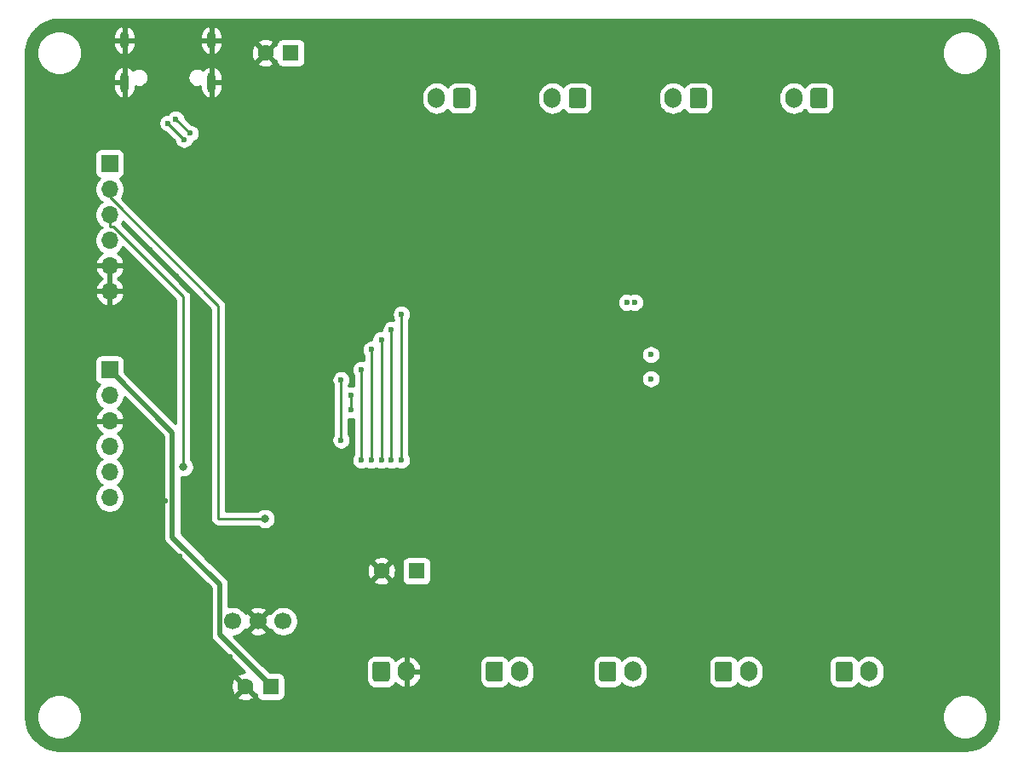
<source format=gbl>
G04 #@! TF.GenerationSoftware,KiCad,Pcbnew,(5.1.12)-1*
G04 #@! TF.CreationDate,2022-03-18T17:00:28+09:00*
G04 #@! TF.ProjectId,NHK2022_Solenoid_Valve,4e484b32-3032-4325-9f53-6f6c656e6f69,rev?*
G04 #@! TF.SameCoordinates,PX42c1d80PY7bfa480*
G04 #@! TF.FileFunction,Copper,L2,Bot*
G04 #@! TF.FilePolarity,Positive*
%FSLAX46Y46*%
G04 Gerber Fmt 4.6, Leading zero omitted, Abs format (unit mm)*
G04 Created by KiCad (PCBNEW (5.1.12)-1) date 2022-03-18 17:00:28*
%MOMM*%
%LPD*%
G01*
G04 APERTURE LIST*
G04 #@! TA.AperFunction,ComponentPad*
%ADD10C,1.600000*%
G04 #@! TD*
G04 #@! TA.AperFunction,ComponentPad*
%ADD11R,1.600000X1.600000*%
G04 #@! TD*
G04 #@! TA.AperFunction,ComponentPad*
%ADD12O,1.700000X2.000000*%
G04 #@! TD*
G04 #@! TA.AperFunction,ComponentPad*
%ADD13O,1.700000X1.700000*%
G04 #@! TD*
G04 #@! TA.AperFunction,ComponentPad*
%ADD14R,1.700000X1.700000*%
G04 #@! TD*
G04 #@! TA.AperFunction,ComponentPad*
%ADD15O,0.900000X2.000000*%
G04 #@! TD*
G04 #@! TA.AperFunction,ComponentPad*
%ADD16O,0.900000X1.700000*%
G04 #@! TD*
G04 #@! TA.AperFunction,ComponentPad*
%ADD17C,1.700000*%
G04 #@! TD*
G04 #@! TA.AperFunction,ViaPad*
%ADD18C,0.600000*%
G04 #@! TD*
G04 #@! TA.AperFunction,ViaPad*
%ADD19C,0.800000*%
G04 #@! TD*
G04 #@! TA.AperFunction,Conductor*
%ADD20C,0.500000*%
G04 #@! TD*
G04 #@! TA.AperFunction,Conductor*
%ADD21C,0.250000*%
G04 #@! TD*
G04 #@! TA.AperFunction,Conductor*
%ADD22C,0.254000*%
G04 #@! TD*
G04 #@! TA.AperFunction,Conductor*
%ADD23C,0.100000*%
G04 #@! TD*
G04 APERTURE END LIST*
D10*
X24500000Y70000000D03*
D11*
X27000000Y70000000D03*
X25000000Y7000000D03*
D10*
X22500000Y7000000D03*
D11*
X39500000Y18500000D03*
D10*
X36000000Y18500000D03*
G04 #@! TA.AperFunction,ComponentPad*
G36*
G01*
X57650000Y7750000D02*
X57650000Y9250000D01*
G75*
G02*
X57900000Y9500000I250000J0D01*
G01*
X59100000Y9500000D01*
G75*
G02*
X59350000Y9250000I0J-250000D01*
G01*
X59350000Y7750000D01*
G75*
G02*
X59100000Y7500000I-250000J0D01*
G01*
X57900000Y7500000D01*
G75*
G02*
X57650000Y7750000I0J250000D01*
G01*
G37*
G04 #@! TD.AperFunction*
D12*
X61000000Y8500000D03*
G04 #@! TA.AperFunction,ComponentPad*
G36*
G01*
X44850000Y66250000D02*
X44850000Y64750000D01*
G75*
G02*
X44600000Y64500000I-250000J0D01*
G01*
X43400000Y64500000D01*
G75*
G02*
X43150000Y64750000I0J250000D01*
G01*
X43150000Y66250000D01*
G75*
G02*
X43400000Y66500000I250000J0D01*
G01*
X44600000Y66500000D01*
G75*
G02*
X44850000Y66250000I0J-250000D01*
G01*
G37*
G04 #@! TD.AperFunction*
X41500000Y65500000D03*
G04 #@! TA.AperFunction,ComponentPad*
G36*
G01*
X56350000Y66250000D02*
X56350000Y64750000D01*
G75*
G02*
X56100000Y64500000I-250000J0D01*
G01*
X54900000Y64500000D01*
G75*
G02*
X54650000Y64750000I0J250000D01*
G01*
X54650000Y66250000D01*
G75*
G02*
X54900000Y66500000I250000J0D01*
G01*
X56100000Y66500000D01*
G75*
G02*
X56350000Y66250000I0J-250000D01*
G01*
G37*
G04 #@! TD.AperFunction*
X53000000Y65500000D03*
X65000000Y65500000D03*
G04 #@! TA.AperFunction,ComponentPad*
G36*
G01*
X68350000Y66250000D02*
X68350000Y64750000D01*
G75*
G02*
X68100000Y64500000I-250000J0D01*
G01*
X66900000Y64500000D01*
G75*
G02*
X66650000Y64750000I0J250000D01*
G01*
X66650000Y66250000D01*
G75*
G02*
X66900000Y66500000I250000J0D01*
G01*
X68100000Y66500000D01*
G75*
G02*
X68350000Y66250000I0J-250000D01*
G01*
G37*
G04 #@! TD.AperFunction*
X77000000Y65500000D03*
G04 #@! TA.AperFunction,ComponentPad*
G36*
G01*
X80350000Y66250000D02*
X80350000Y64750000D01*
G75*
G02*
X80100000Y64500000I-250000J0D01*
G01*
X78900000Y64500000D01*
G75*
G02*
X78650000Y64750000I0J250000D01*
G01*
X78650000Y66250000D01*
G75*
G02*
X78900000Y66500000I250000J0D01*
G01*
X80100000Y66500000D01*
G75*
G02*
X80350000Y66250000I0J-250000D01*
G01*
G37*
G04 #@! TD.AperFunction*
G04 #@! TA.AperFunction,ComponentPad*
G36*
G01*
X81150000Y7750000D02*
X81150000Y9250000D01*
G75*
G02*
X81400000Y9500000I250000J0D01*
G01*
X82600000Y9500000D01*
G75*
G02*
X82850000Y9250000I0J-250000D01*
G01*
X82850000Y7750000D01*
G75*
G02*
X82600000Y7500000I-250000J0D01*
G01*
X81400000Y7500000D01*
G75*
G02*
X81150000Y7750000I0J250000D01*
G01*
G37*
G04 #@! TD.AperFunction*
X84500000Y8500000D03*
X72500000Y8500000D03*
G04 #@! TA.AperFunction,ComponentPad*
G36*
G01*
X69150000Y7750000D02*
X69150000Y9250000D01*
G75*
G02*
X69400000Y9500000I250000J0D01*
G01*
X70600000Y9500000D01*
G75*
G02*
X70850000Y9250000I0J-250000D01*
G01*
X70850000Y7750000D01*
G75*
G02*
X70600000Y7500000I-250000J0D01*
G01*
X69400000Y7500000D01*
G75*
G02*
X69150000Y7750000I0J250000D01*
G01*
G37*
G04 #@! TD.AperFunction*
X38500000Y8500000D03*
G04 #@! TA.AperFunction,ComponentPad*
G36*
G01*
X35150000Y7750000D02*
X35150000Y9250000D01*
G75*
G02*
X35400000Y9500000I250000J0D01*
G01*
X36600000Y9500000D01*
G75*
G02*
X36850000Y9250000I0J-250000D01*
G01*
X36850000Y7750000D01*
G75*
G02*
X36600000Y7500000I-250000J0D01*
G01*
X35400000Y7500000D01*
G75*
G02*
X35150000Y7750000I0J250000D01*
G01*
G37*
G04 #@! TD.AperFunction*
G04 #@! TA.AperFunction,ComponentPad*
G36*
G01*
X46400000Y7750000D02*
X46400000Y9250000D01*
G75*
G02*
X46650000Y9500000I250000J0D01*
G01*
X47850000Y9500000D01*
G75*
G02*
X48100000Y9250000I0J-250000D01*
G01*
X48100000Y7750000D01*
G75*
G02*
X47850000Y7500000I-250000J0D01*
G01*
X46650000Y7500000D01*
G75*
G02*
X46400000Y7750000I0J250000D01*
G01*
G37*
G04 #@! TD.AperFunction*
X49750000Y8500000D03*
D13*
X9000000Y46300000D03*
X9000000Y48840000D03*
X9000000Y51380000D03*
X9000000Y53920000D03*
X9000000Y56460000D03*
D14*
X9000000Y59000000D03*
D15*
X19120000Y67070000D03*
X10480000Y67070000D03*
D16*
X19120000Y71240000D03*
X10480000Y71240000D03*
D17*
X21250000Y13500000D03*
X23750000Y13500000D03*
X26250000Y13500000D03*
D14*
X9000000Y38500000D03*
D13*
X9000000Y35960000D03*
X9000000Y33420000D03*
X9000000Y30880000D03*
X9000000Y28340000D03*
X9000000Y25800000D03*
D18*
X6620000Y1460000D03*
X11700000Y1460000D03*
X16780000Y1460000D03*
X21860000Y1460000D03*
X26940000Y1460000D03*
X1540000Y12780000D03*
X1540000Y22940000D03*
X1540000Y17860000D03*
X1540000Y7700000D03*
X26800000Y42500000D03*
X26800000Y41400000D03*
X26800000Y40400000D03*
X26800000Y39400000D03*
X26800000Y38400000D03*
X26800000Y37400000D03*
D19*
X41190500Y27062400D03*
D18*
X29500000Y73000000D03*
X29500000Y67920000D03*
X29500000Y62840000D03*
X29500000Y57760000D03*
X29500000Y52680000D03*
X29500000Y47600000D03*
X29500000Y42520000D03*
X29500000Y37440000D03*
X29500000Y32360000D03*
X29500000Y27280000D03*
X29500000Y22200000D03*
X29500000Y17120000D03*
X29500000Y12040000D03*
X29500000Y6960000D03*
X29500000Y1880000D03*
X25900000Y42500000D03*
X25900000Y40400000D03*
X25900000Y37400000D03*
X25900000Y41400000D03*
X25900000Y39400000D03*
X25900000Y38400000D03*
X24100000Y42500000D03*
X24100000Y37400000D03*
X24100000Y40400000D03*
X24100000Y39400000D03*
X24100000Y41400000D03*
X24100000Y38400000D03*
X25000000Y42500000D03*
X25000000Y40400000D03*
X25000000Y37400000D03*
X25000000Y41400000D03*
X25000000Y39400000D03*
X25000000Y38400000D03*
X23200000Y40400000D03*
X23200000Y37400000D03*
X22300000Y38400000D03*
X22300000Y39400000D03*
X22300000Y42500000D03*
X22300000Y41400000D03*
X23200000Y42500000D03*
X22300000Y37400000D03*
X23200000Y41400000D03*
X23200000Y39400000D03*
X22300000Y40400000D03*
X23200000Y38400000D03*
X21400000Y42500000D03*
X21400000Y39400000D03*
X21400000Y37400000D03*
X21400000Y38400000D03*
X21400000Y41400000D03*
X21400000Y40400000D03*
X6080000Y58920000D03*
X6080000Y56380000D03*
X6080000Y53840000D03*
X6080000Y51300000D03*
X6080000Y48760000D03*
X6080000Y46220000D03*
X4080000Y56380000D03*
X4080000Y51300000D03*
X4080000Y46220000D03*
X4080000Y53840000D03*
X4080000Y58920000D03*
X4080000Y48760000D03*
X2080000Y48760000D03*
X2080000Y51300000D03*
X2080000Y53840000D03*
X2080000Y58920000D03*
X2080000Y56380000D03*
X2080000Y46220000D03*
X6080000Y38380000D03*
X6080000Y33300000D03*
X6080000Y28220000D03*
X6080000Y35840000D03*
X6080000Y30760000D03*
X2080000Y35840000D03*
X4080000Y30760000D03*
X4080000Y33300000D03*
X4080000Y35840000D03*
X4080000Y38380000D03*
X2080000Y30760000D03*
X4080000Y28220000D03*
X2080000Y33300000D03*
X2080000Y28220000D03*
X2080000Y38380000D03*
X2080000Y25720000D03*
X6080000Y25720000D03*
X4080000Y25720000D03*
X23000000Y45500000D03*
X24500000Y45500000D03*
X26000000Y45500000D03*
X23000000Y44000000D03*
X24500000Y44000000D03*
X26000000Y44000000D03*
X22000000Y36000000D03*
X23500000Y36000000D03*
X25000000Y36000000D03*
X22500000Y34500000D03*
X11500000Y8500000D03*
X11500000Y11500000D03*
X11500000Y15000000D03*
X15000000Y5500000D03*
X15000000Y7000000D03*
X10500000Y73000000D03*
X19000000Y73000000D03*
X21500000Y71000000D03*
X21500000Y69000000D03*
X21500000Y67000000D03*
X21500000Y65000000D03*
X21500000Y62500000D03*
X21500000Y60000000D03*
X19500000Y62500000D03*
X19500000Y65000000D03*
X23750000Y65000000D03*
X23750000Y67000000D03*
X23750000Y62500000D03*
X23750000Y60000000D03*
X26000000Y67000000D03*
X26000000Y65000000D03*
X26000000Y62500000D03*
X26000000Y60000000D03*
X26500000Y30250000D03*
X28250000Y30250000D03*
X28265000Y28515000D03*
X14500000Y25500000D03*
X12000000Y23500000D03*
X8500000Y15000000D03*
X18000000Y44500000D03*
X15600000Y47800000D03*
X13000000Y50400000D03*
X18000000Y33000000D03*
X13000000Y46000000D03*
X13000000Y41000000D03*
X13000000Y36000000D03*
X13000000Y33000000D03*
X18000000Y36000000D03*
X8000000Y71000000D03*
X8000000Y67000000D03*
X13000000Y71000000D03*
X16000000Y71000000D03*
X12000000Y55000000D03*
X14000000Y57000000D03*
X12000000Y57000000D03*
X12000000Y59000000D03*
X14000000Y59000000D03*
X16000000Y57000000D03*
X8500000Y11500000D03*
X17500000Y21500000D03*
X16000000Y20000000D03*
X17500000Y18000000D03*
X24500000Y19500000D03*
X26000000Y11500000D03*
X26000000Y9500000D03*
X24000000Y11500000D03*
X19000000Y12000000D03*
X19000000Y10000000D03*
X21000000Y10000000D03*
X8500000Y18500000D03*
X11500000Y18500000D03*
X20000000Y7000000D03*
X20000000Y5500000D03*
X57500000Y42750000D03*
X58770000Y42750000D03*
X57500000Y41480000D03*
X58770000Y41480000D03*
X57500000Y40210000D03*
X58770000Y40210000D03*
X57500000Y38940000D03*
X58770000Y38940000D03*
X57500000Y37670000D03*
X58770000Y37670000D03*
X57500000Y36400000D03*
X58770000Y36400000D03*
X57500000Y35130000D03*
X58770000Y35130000D03*
X53000000Y44100000D03*
X54270000Y44100000D03*
X53000000Y42830000D03*
X54270000Y42830000D03*
X53000000Y41560000D03*
X54270000Y41560000D03*
X53000000Y40290000D03*
X54270000Y40290000D03*
X53000000Y39020000D03*
X54270000Y39020000D03*
X53000000Y37750000D03*
X54270000Y37750000D03*
X53000000Y36480000D03*
X54270000Y36480000D03*
X53000000Y35210000D03*
X54270000Y35210000D03*
X53000000Y45370000D03*
X54270000Y45370000D03*
X51730000Y45370000D03*
X50460000Y45370000D03*
X49400000Y45000000D03*
D19*
X60600000Y32000000D03*
X60600000Y31000000D03*
X60600000Y30000000D03*
X60600000Y29000000D03*
X60600000Y28000000D03*
X59400000Y32000000D03*
X59400000Y31000000D03*
X59400000Y30000000D03*
X59400000Y29000000D03*
X59400000Y28000000D03*
X58200000Y30000000D03*
X58200000Y29000000D03*
X58200000Y28000000D03*
X57000000Y28000000D03*
X57000000Y29000000D03*
X55800000Y28000000D03*
D18*
X60400000Y45200000D03*
X61200000Y45200000D03*
X62800000Y37600000D03*
X62800000Y40000000D03*
D19*
X24446300Y23691800D03*
X16343300Y28843400D03*
D18*
X16400000Y61400000D03*
X14800000Y63000000D03*
X15568213Y63431787D03*
X17000000Y62000000D03*
X38000000Y29500000D03*
X38000000Y44000000D03*
X37000000Y29500000D03*
X37000000Y42500000D03*
X36000000Y29500000D03*
X36000000Y41500000D03*
X35000000Y40500000D03*
X35000000Y29500000D03*
X34000000Y29500000D03*
X34000000Y38500000D03*
X32000000Y31500000D03*
X32000000Y37500000D03*
X33000000Y36000000D03*
X33000000Y34500000D03*
D20*
X25000000Y7110002D02*
X25000000Y7000000D01*
X19949999Y12160003D02*
X25000000Y7110002D01*
X19949999Y17160003D02*
X19949999Y12160003D01*
X15250001Y21860001D02*
X19949999Y17160003D01*
X15250001Y32249999D02*
X15250001Y21860001D01*
X9000000Y38500000D02*
X15250001Y32249999D01*
D21*
X24446300Y23691800D02*
X19808200Y23691800D01*
X9000000Y55659002D02*
X9000000Y56460000D01*
X19808200Y44850802D02*
X9000000Y55659002D01*
X19808200Y23691800D02*
X19808200Y44850802D01*
X9000000Y53920000D02*
X9000000Y52744700D01*
X16343300Y28843400D02*
X16343300Y45768700D01*
X16343300Y45768700D02*
X9367300Y52744700D01*
X9367300Y52744700D02*
X9000000Y52744700D01*
X16400000Y61400000D02*
X14800000Y63000000D01*
X15568213Y63431787D02*
X17000000Y62000000D01*
X38000000Y29500000D02*
X38000000Y44000000D01*
X37000000Y29500000D02*
X37000000Y42500000D01*
X36000000Y29500000D02*
X36000000Y41500000D01*
X35000000Y40500000D02*
X35000000Y29500000D01*
X34000000Y29500000D02*
X34000000Y38500000D01*
X32000000Y31500000D02*
X32000000Y37500000D01*
X33000000Y34500000D02*
X33000000Y36000000D01*
D22*
X94648126Y73273286D02*
X95271572Y73085057D01*
X95846579Y72779319D01*
X96351247Y72367721D01*
X96766362Y71865933D01*
X97076105Y71293076D01*
X97268682Y70670961D01*
X97340000Y69992416D01*
X97340001Y4032289D01*
X97273286Y3351874D01*
X97085057Y2728430D01*
X96779323Y2153427D01*
X96367721Y1648752D01*
X95865933Y1233638D01*
X95293077Y923896D01*
X94670961Y731318D01*
X93992417Y660000D01*
X4032279Y660000D01*
X3351874Y726714D01*
X2728430Y914943D01*
X2153427Y1220677D01*
X1648752Y1632279D01*
X1233638Y2134067D01*
X923896Y2706923D01*
X731318Y3329039D01*
X660000Y4007583D01*
X660000Y4220128D01*
X1765000Y4220128D01*
X1765000Y3779872D01*
X1850890Y3348075D01*
X2019369Y2941331D01*
X2263962Y2575271D01*
X2575271Y2263962D01*
X2941331Y2019369D01*
X3348075Y1850890D01*
X3779872Y1765000D01*
X4220128Y1765000D01*
X4651925Y1850890D01*
X5058669Y2019369D01*
X5424729Y2263962D01*
X5736038Y2575271D01*
X5980631Y2941331D01*
X6149110Y3348075D01*
X6235000Y3779872D01*
X6235000Y4220128D01*
X91765000Y4220128D01*
X91765000Y3779872D01*
X91850890Y3348075D01*
X92019369Y2941331D01*
X92263962Y2575271D01*
X92575271Y2263962D01*
X92941331Y2019369D01*
X93348075Y1850890D01*
X93779872Y1765000D01*
X94220128Y1765000D01*
X94651925Y1850890D01*
X95058669Y2019369D01*
X95424729Y2263962D01*
X95736038Y2575271D01*
X95980631Y2941331D01*
X96149110Y3348075D01*
X96235000Y3779872D01*
X96235000Y4220128D01*
X96149110Y4651925D01*
X95980631Y5058669D01*
X95736038Y5424729D01*
X95424729Y5736038D01*
X95058669Y5980631D01*
X94651925Y6149110D01*
X94220128Y6235000D01*
X93779872Y6235000D01*
X93348075Y6149110D01*
X92941331Y5980631D01*
X92575271Y5736038D01*
X92263962Y5424729D01*
X92019369Y5058669D01*
X91850890Y4651925D01*
X91765000Y4220128D01*
X6235000Y4220128D01*
X6149110Y4651925D01*
X5980631Y5058669D01*
X5736038Y5424729D01*
X5424729Y5736038D01*
X5058669Y5980631D01*
X4994290Y6007298D01*
X21686903Y6007298D01*
X21758486Y5763329D01*
X22013996Y5642429D01*
X22288184Y5573700D01*
X22570512Y5559783D01*
X22850130Y5601213D01*
X23116292Y5696397D01*
X23241514Y5763329D01*
X23313097Y6007298D01*
X22500000Y6820395D01*
X21686903Y6007298D01*
X4994290Y6007298D01*
X4651925Y6149110D01*
X4220128Y6235000D01*
X3779872Y6235000D01*
X3348075Y6149110D01*
X2941331Y5980631D01*
X2575271Y5736038D01*
X2263962Y5424729D01*
X2019369Y5058669D01*
X1850890Y4651925D01*
X1765000Y4220128D01*
X660000Y4220128D01*
X660000Y6929488D01*
X21059783Y6929488D01*
X21101213Y6649870D01*
X21196397Y6383708D01*
X21263329Y6258486D01*
X21507298Y6186903D01*
X22320395Y7000000D01*
X21507298Y7813097D01*
X21263329Y7741514D01*
X21142429Y7486004D01*
X21073700Y7211816D01*
X21059783Y6929488D01*
X660000Y6929488D01*
X660000Y31026260D01*
X7515000Y31026260D01*
X7515000Y30733740D01*
X7572068Y30446842D01*
X7684010Y30176589D01*
X7846525Y29933368D01*
X8053368Y29726525D01*
X8227760Y29610000D01*
X8053368Y29493475D01*
X7846525Y29286632D01*
X7684010Y29043411D01*
X7572068Y28773158D01*
X7515000Y28486260D01*
X7515000Y28193740D01*
X7572068Y27906842D01*
X7684010Y27636589D01*
X7846525Y27393368D01*
X8053368Y27186525D01*
X8227760Y27070000D01*
X8053368Y26953475D01*
X7846525Y26746632D01*
X7684010Y26503411D01*
X7572068Y26233158D01*
X7515000Y25946260D01*
X7515000Y25653740D01*
X7572068Y25366842D01*
X7684010Y25096589D01*
X7846525Y24853368D01*
X8053368Y24646525D01*
X8296589Y24484010D01*
X8566842Y24372068D01*
X8853740Y24315000D01*
X9146260Y24315000D01*
X9433158Y24372068D01*
X9703411Y24484010D01*
X9946632Y24646525D01*
X10153475Y24853368D01*
X10315990Y25096589D01*
X10427932Y25366842D01*
X10485000Y25653740D01*
X10485000Y25946260D01*
X10427932Y26233158D01*
X10315990Y26503411D01*
X10153475Y26746632D01*
X9946632Y26953475D01*
X9772240Y27070000D01*
X9946632Y27186525D01*
X10153475Y27393368D01*
X10315990Y27636589D01*
X10427932Y27906842D01*
X10485000Y28193740D01*
X10485000Y28486260D01*
X10427932Y28773158D01*
X10315990Y29043411D01*
X10153475Y29286632D01*
X9946632Y29493475D01*
X9772240Y29610000D01*
X9946632Y29726525D01*
X10153475Y29933368D01*
X10315990Y30176589D01*
X10427932Y30446842D01*
X10485000Y30733740D01*
X10485000Y31026260D01*
X10427932Y31313158D01*
X10315990Y31583411D01*
X10153475Y31826632D01*
X9946632Y32033475D01*
X9764466Y32155195D01*
X9881355Y32224822D01*
X10097588Y32419731D01*
X10271641Y32653080D01*
X10396825Y32915901D01*
X10441476Y33063110D01*
X10320155Y33293000D01*
X9127000Y33293000D01*
X9127000Y33273000D01*
X8873000Y33273000D01*
X8873000Y33293000D01*
X7679845Y33293000D01*
X7558524Y33063110D01*
X7603175Y32915901D01*
X7728359Y32653080D01*
X7902412Y32419731D01*
X8118645Y32224822D01*
X8235534Y32155195D01*
X8053368Y32033475D01*
X7846525Y31826632D01*
X7684010Y31583411D01*
X7572068Y31313158D01*
X7515000Y31026260D01*
X660000Y31026260D01*
X660000Y45943110D01*
X7558524Y45943110D01*
X7603175Y45795901D01*
X7728359Y45533080D01*
X7902412Y45299731D01*
X8118645Y45104822D01*
X8368748Y44955843D01*
X8643109Y44858519D01*
X8873000Y44979186D01*
X8873000Y46173000D01*
X9127000Y46173000D01*
X9127000Y44979186D01*
X9356891Y44858519D01*
X9631252Y44955843D01*
X9881355Y45104822D01*
X10097588Y45299731D01*
X10271641Y45533080D01*
X10396825Y45795901D01*
X10441476Y45943110D01*
X10320155Y46173000D01*
X9127000Y46173000D01*
X8873000Y46173000D01*
X7679845Y46173000D01*
X7558524Y45943110D01*
X660000Y45943110D01*
X660000Y48483110D01*
X7558524Y48483110D01*
X7603175Y48335901D01*
X7728359Y48073080D01*
X7902412Y47839731D01*
X8118645Y47644822D01*
X8244255Y47570000D01*
X8118645Y47495178D01*
X7902412Y47300269D01*
X7728359Y47066920D01*
X7603175Y46804099D01*
X7558524Y46656890D01*
X7679845Y46427000D01*
X8873000Y46427000D01*
X8873000Y48713000D01*
X9127000Y48713000D01*
X9127000Y46427000D01*
X10320155Y46427000D01*
X10441476Y46656890D01*
X10396825Y46804099D01*
X10271641Y47066920D01*
X10097588Y47300269D01*
X9881355Y47495178D01*
X9755745Y47570000D01*
X9881355Y47644822D01*
X10097588Y47839731D01*
X10271641Y48073080D01*
X10396825Y48335901D01*
X10441476Y48483110D01*
X10320155Y48713000D01*
X9127000Y48713000D01*
X8873000Y48713000D01*
X7679845Y48713000D01*
X7558524Y48483110D01*
X660000Y48483110D01*
X660000Y59850000D01*
X7511928Y59850000D01*
X7511928Y58150000D01*
X7524188Y58025518D01*
X7560498Y57905820D01*
X7619463Y57795506D01*
X7698815Y57698815D01*
X7795506Y57619463D01*
X7905820Y57560498D01*
X7978380Y57538487D01*
X7846525Y57406632D01*
X7684010Y57163411D01*
X7572068Y56893158D01*
X7515000Y56606260D01*
X7515000Y56313740D01*
X7572068Y56026842D01*
X7684010Y55756589D01*
X7846525Y55513368D01*
X8053368Y55306525D01*
X8227760Y55190000D01*
X8053368Y55073475D01*
X7846525Y54866632D01*
X7684010Y54623411D01*
X7572068Y54353158D01*
X7515000Y54066260D01*
X7515000Y53773740D01*
X7572068Y53486842D01*
X7684010Y53216589D01*
X7846525Y52973368D01*
X8053368Y52766525D01*
X8227760Y52650000D01*
X8053368Y52533475D01*
X7846525Y52326632D01*
X7684010Y52083411D01*
X7572068Y51813158D01*
X7515000Y51526260D01*
X7515000Y51233740D01*
X7572068Y50946842D01*
X7684010Y50676589D01*
X7846525Y50433368D01*
X8053368Y50226525D01*
X8235534Y50104805D01*
X8118645Y50035178D01*
X7902412Y49840269D01*
X7728359Y49606920D01*
X7603175Y49344099D01*
X7558524Y49196890D01*
X7679845Y48967000D01*
X8873000Y48967000D01*
X8873000Y48987000D01*
X9127000Y48987000D01*
X9127000Y48967000D01*
X10320155Y48967000D01*
X10441476Y49196890D01*
X10396825Y49344099D01*
X10271641Y49606920D01*
X10097588Y49840269D01*
X9881355Y50035178D01*
X9764466Y50104805D01*
X9946632Y50226525D01*
X10153475Y50433368D01*
X10315990Y50676589D01*
X10329059Y50708140D01*
X15583301Y45453897D01*
X15583300Y33168279D01*
X10488072Y38263506D01*
X10488072Y39350000D01*
X10475812Y39474482D01*
X10439502Y39594180D01*
X10380537Y39704494D01*
X10301185Y39801185D01*
X10204494Y39880537D01*
X10094180Y39939502D01*
X9974482Y39975812D01*
X9850000Y39988072D01*
X8150000Y39988072D01*
X8025518Y39975812D01*
X7905820Y39939502D01*
X7795506Y39880537D01*
X7698815Y39801185D01*
X7619463Y39704494D01*
X7560498Y39594180D01*
X7524188Y39474482D01*
X7511928Y39350000D01*
X7511928Y37650000D01*
X7524188Y37525518D01*
X7560498Y37405820D01*
X7619463Y37295506D01*
X7698815Y37198815D01*
X7795506Y37119463D01*
X7905820Y37060498D01*
X7978380Y37038487D01*
X7846525Y36906632D01*
X7684010Y36663411D01*
X7572068Y36393158D01*
X7515000Y36106260D01*
X7515000Y35813740D01*
X7572068Y35526842D01*
X7684010Y35256589D01*
X7846525Y35013368D01*
X8053368Y34806525D01*
X8235534Y34684805D01*
X8118645Y34615178D01*
X7902412Y34420269D01*
X7728359Y34186920D01*
X7603175Y33924099D01*
X7558524Y33776890D01*
X7679845Y33547000D01*
X8873000Y33547000D01*
X8873000Y33567000D01*
X9127000Y33567000D01*
X9127000Y33547000D01*
X10320155Y33547000D01*
X10441476Y33776890D01*
X10396825Y33924099D01*
X10271641Y34186920D01*
X10097588Y34420269D01*
X9881355Y34615178D01*
X9764466Y34684805D01*
X9946632Y34806525D01*
X10153475Y35013368D01*
X10315990Y35256589D01*
X10427932Y35526842D01*
X10476652Y35771770D01*
X14365001Y31883420D01*
X14365002Y21903480D01*
X14360720Y21860001D01*
X14377806Y21686511D01*
X14428413Y21519688D01*
X14510591Y21365942D01*
X14593469Y21264955D01*
X14593472Y21264952D01*
X14621185Y21231184D01*
X14654953Y21203471D01*
X19064999Y16793424D01*
X19065000Y12203482D01*
X19060718Y12160003D01*
X19077804Y11986513D01*
X19128411Y11819690D01*
X19210589Y11665944D01*
X19293467Y11564957D01*
X19293470Y11564954D01*
X19321183Y11531186D01*
X19354951Y11503473D01*
X22419662Y8438761D01*
X22149870Y8398787D01*
X21883708Y8303603D01*
X21758486Y8236671D01*
X21686903Y7992702D01*
X22500000Y7179605D01*
X22514143Y7193747D01*
X22693748Y7014142D01*
X22679605Y7000000D01*
X23492702Y6186903D01*
X23561928Y6207215D01*
X23561928Y6200000D01*
X23574188Y6075518D01*
X23610498Y5955820D01*
X23669463Y5845506D01*
X23748815Y5748815D01*
X23845506Y5669463D01*
X23955820Y5610498D01*
X24075518Y5574188D01*
X24200000Y5561928D01*
X25800000Y5561928D01*
X25924482Y5574188D01*
X26044180Y5610498D01*
X26154494Y5669463D01*
X26251185Y5748815D01*
X26330537Y5845506D01*
X26389502Y5955820D01*
X26425812Y6075518D01*
X26438072Y6200000D01*
X26438072Y7800000D01*
X26425812Y7924482D01*
X26389502Y8044180D01*
X26330537Y8154494D01*
X26251185Y8251185D01*
X26154494Y8330537D01*
X26044180Y8389502D01*
X25924482Y8425812D01*
X25800000Y8438072D01*
X24923509Y8438072D01*
X24111581Y9250000D01*
X34511928Y9250000D01*
X34511928Y7750000D01*
X34528992Y7576746D01*
X34579528Y7410150D01*
X34661595Y7256614D01*
X34772038Y7122038D01*
X34906614Y7011595D01*
X35060150Y6929528D01*
X35226746Y6878992D01*
X35400000Y6861928D01*
X36600000Y6861928D01*
X36773254Y6878992D01*
X36939850Y6929528D01*
X37093386Y7011595D01*
X37227962Y7122038D01*
X37338405Y7256614D01*
X37392914Y7358593D01*
X37393198Y7358205D01*
X37607954Y7161336D01*
X37856991Y7010146D01*
X38130739Y6910446D01*
X38143110Y6908524D01*
X38373000Y7029845D01*
X38373000Y8373000D01*
X38627000Y8373000D01*
X38627000Y7029845D01*
X38856890Y6908524D01*
X38869261Y6910446D01*
X39143009Y7010146D01*
X39392046Y7161336D01*
X39606802Y7358205D01*
X39779025Y7593188D01*
X39902096Y7857255D01*
X39971285Y8140258D01*
X39827232Y8373000D01*
X38627000Y8373000D01*
X38373000Y8373000D01*
X38353000Y8373000D01*
X38353000Y8627000D01*
X38373000Y8627000D01*
X38373000Y9970155D01*
X38627000Y9970155D01*
X38627000Y8627000D01*
X39827232Y8627000D01*
X39971285Y8859742D01*
X39902096Y9142745D01*
X39852109Y9250000D01*
X45761928Y9250000D01*
X45761928Y7750000D01*
X45778992Y7576746D01*
X45829528Y7410150D01*
X45911595Y7256614D01*
X46022038Y7122038D01*
X46156614Y7011595D01*
X46310150Y6929528D01*
X46476746Y6878992D01*
X46650000Y6861928D01*
X47850000Y6861928D01*
X48023254Y6878992D01*
X48189850Y6929528D01*
X48343386Y7011595D01*
X48477962Y7122038D01*
X48588405Y7256614D01*
X48642777Y7358337D01*
X48694866Y7294866D01*
X48920987Y7109294D01*
X49178967Y6971401D01*
X49458890Y6886487D01*
X49750000Y6857815D01*
X50041111Y6886487D01*
X50321034Y6971401D01*
X50579014Y7109294D01*
X50805134Y7294866D01*
X50990706Y7520986D01*
X51128599Y7778967D01*
X51213513Y8058890D01*
X51235000Y8277051D01*
X51235000Y8722950D01*
X51213513Y8941111D01*
X51128599Y9221034D01*
X51113117Y9250000D01*
X57011928Y9250000D01*
X57011928Y7750000D01*
X57028992Y7576746D01*
X57079528Y7410150D01*
X57161595Y7256614D01*
X57272038Y7122038D01*
X57406614Y7011595D01*
X57560150Y6929528D01*
X57726746Y6878992D01*
X57900000Y6861928D01*
X59100000Y6861928D01*
X59273254Y6878992D01*
X59439850Y6929528D01*
X59593386Y7011595D01*
X59727962Y7122038D01*
X59838405Y7256614D01*
X59892777Y7358337D01*
X59944866Y7294866D01*
X60170987Y7109294D01*
X60428967Y6971401D01*
X60708890Y6886487D01*
X61000000Y6857815D01*
X61291111Y6886487D01*
X61571034Y6971401D01*
X61829014Y7109294D01*
X62055134Y7294866D01*
X62240706Y7520986D01*
X62378599Y7778967D01*
X62463513Y8058890D01*
X62485000Y8277051D01*
X62485000Y8722950D01*
X62463513Y8941111D01*
X62378599Y9221034D01*
X62363117Y9250000D01*
X68511928Y9250000D01*
X68511928Y7750000D01*
X68528992Y7576746D01*
X68579528Y7410150D01*
X68661595Y7256614D01*
X68772038Y7122038D01*
X68906614Y7011595D01*
X69060150Y6929528D01*
X69226746Y6878992D01*
X69400000Y6861928D01*
X70600000Y6861928D01*
X70773254Y6878992D01*
X70939850Y6929528D01*
X71093386Y7011595D01*
X71227962Y7122038D01*
X71338405Y7256614D01*
X71392777Y7358337D01*
X71444866Y7294866D01*
X71670987Y7109294D01*
X71928967Y6971401D01*
X72208890Y6886487D01*
X72500000Y6857815D01*
X72791111Y6886487D01*
X73071034Y6971401D01*
X73329014Y7109294D01*
X73555134Y7294866D01*
X73740706Y7520986D01*
X73878599Y7778967D01*
X73963513Y8058890D01*
X73985000Y8277051D01*
X73985000Y8722950D01*
X73963513Y8941111D01*
X73878599Y9221034D01*
X73863117Y9250000D01*
X80511928Y9250000D01*
X80511928Y7750000D01*
X80528992Y7576746D01*
X80579528Y7410150D01*
X80661595Y7256614D01*
X80772038Y7122038D01*
X80906614Y7011595D01*
X81060150Y6929528D01*
X81226746Y6878992D01*
X81400000Y6861928D01*
X82600000Y6861928D01*
X82773254Y6878992D01*
X82939850Y6929528D01*
X83093386Y7011595D01*
X83227962Y7122038D01*
X83338405Y7256614D01*
X83392777Y7358337D01*
X83444866Y7294866D01*
X83670987Y7109294D01*
X83928967Y6971401D01*
X84208890Y6886487D01*
X84500000Y6857815D01*
X84791111Y6886487D01*
X85071034Y6971401D01*
X85329014Y7109294D01*
X85555134Y7294866D01*
X85740706Y7520986D01*
X85878599Y7778967D01*
X85963513Y8058890D01*
X85985000Y8277051D01*
X85985000Y8722950D01*
X85963513Y8941111D01*
X85878599Y9221034D01*
X85740706Y9479014D01*
X85555134Y9705134D01*
X85329013Y9890706D01*
X85071033Y10028599D01*
X84791110Y10113513D01*
X84500000Y10142185D01*
X84208889Y10113513D01*
X83928966Y10028599D01*
X83670986Y9890706D01*
X83444866Y9705134D01*
X83392777Y9641663D01*
X83338405Y9743386D01*
X83227962Y9877962D01*
X83093386Y9988405D01*
X82939850Y10070472D01*
X82773254Y10121008D01*
X82600000Y10138072D01*
X81400000Y10138072D01*
X81226746Y10121008D01*
X81060150Y10070472D01*
X80906614Y9988405D01*
X80772038Y9877962D01*
X80661595Y9743386D01*
X80579528Y9589850D01*
X80528992Y9423254D01*
X80511928Y9250000D01*
X73863117Y9250000D01*
X73740706Y9479014D01*
X73555134Y9705134D01*
X73329013Y9890706D01*
X73071033Y10028599D01*
X72791110Y10113513D01*
X72500000Y10142185D01*
X72208889Y10113513D01*
X71928966Y10028599D01*
X71670986Y9890706D01*
X71444866Y9705134D01*
X71392777Y9641663D01*
X71338405Y9743386D01*
X71227962Y9877962D01*
X71093386Y9988405D01*
X70939850Y10070472D01*
X70773254Y10121008D01*
X70600000Y10138072D01*
X69400000Y10138072D01*
X69226746Y10121008D01*
X69060150Y10070472D01*
X68906614Y9988405D01*
X68772038Y9877962D01*
X68661595Y9743386D01*
X68579528Y9589850D01*
X68528992Y9423254D01*
X68511928Y9250000D01*
X62363117Y9250000D01*
X62240706Y9479014D01*
X62055134Y9705134D01*
X61829013Y9890706D01*
X61571033Y10028599D01*
X61291110Y10113513D01*
X61000000Y10142185D01*
X60708889Y10113513D01*
X60428966Y10028599D01*
X60170986Y9890706D01*
X59944866Y9705134D01*
X59892777Y9641663D01*
X59838405Y9743386D01*
X59727962Y9877962D01*
X59593386Y9988405D01*
X59439850Y10070472D01*
X59273254Y10121008D01*
X59100000Y10138072D01*
X57900000Y10138072D01*
X57726746Y10121008D01*
X57560150Y10070472D01*
X57406614Y9988405D01*
X57272038Y9877962D01*
X57161595Y9743386D01*
X57079528Y9589850D01*
X57028992Y9423254D01*
X57011928Y9250000D01*
X51113117Y9250000D01*
X50990706Y9479014D01*
X50805134Y9705134D01*
X50579013Y9890706D01*
X50321033Y10028599D01*
X50041110Y10113513D01*
X49750000Y10142185D01*
X49458889Y10113513D01*
X49178966Y10028599D01*
X48920986Y9890706D01*
X48694866Y9705134D01*
X48642777Y9641663D01*
X48588405Y9743386D01*
X48477962Y9877962D01*
X48343386Y9988405D01*
X48189850Y10070472D01*
X48023254Y10121008D01*
X47850000Y10138072D01*
X46650000Y10138072D01*
X46476746Y10121008D01*
X46310150Y10070472D01*
X46156614Y9988405D01*
X46022038Y9877962D01*
X45911595Y9743386D01*
X45829528Y9589850D01*
X45778992Y9423254D01*
X45761928Y9250000D01*
X39852109Y9250000D01*
X39779025Y9406812D01*
X39606802Y9641795D01*
X39392046Y9838664D01*
X39143009Y9989854D01*
X38869261Y10089554D01*
X38856890Y10091476D01*
X38627000Y9970155D01*
X38373000Y9970155D01*
X38143110Y10091476D01*
X38130739Y10089554D01*
X37856991Y9989854D01*
X37607954Y9838664D01*
X37393198Y9641795D01*
X37392914Y9641407D01*
X37338405Y9743386D01*
X37227962Y9877962D01*
X37093386Y9988405D01*
X36939850Y10070472D01*
X36773254Y10121008D01*
X36600000Y10138072D01*
X35400000Y10138072D01*
X35226746Y10121008D01*
X35060150Y10070472D01*
X34906614Y9988405D01*
X34772038Y9877962D01*
X34661595Y9743386D01*
X34579528Y9589850D01*
X34528992Y9423254D01*
X34511928Y9250000D01*
X24111581Y9250000D01*
X21346580Y12015000D01*
X21396260Y12015000D01*
X21683158Y12072068D01*
X21953411Y12184010D01*
X22196632Y12346525D01*
X22321710Y12471603D01*
X22901208Y12471603D01*
X22978843Y12222528D01*
X23242883Y12096629D01*
X23526411Y12024661D01*
X23818531Y12009389D01*
X24108019Y12051401D01*
X24383747Y12149081D01*
X24521157Y12222528D01*
X24598792Y12471603D01*
X23750000Y13320395D01*
X22901208Y12471603D01*
X22321710Y12471603D01*
X22403475Y12553368D01*
X22512416Y12716410D01*
X22721603Y12651208D01*
X23570395Y13500000D01*
X23929605Y13500000D01*
X24778397Y12651208D01*
X24987584Y12716410D01*
X25096525Y12553368D01*
X25303368Y12346525D01*
X25546589Y12184010D01*
X25816842Y12072068D01*
X26103740Y12015000D01*
X26396260Y12015000D01*
X26683158Y12072068D01*
X26953411Y12184010D01*
X27196632Y12346525D01*
X27403475Y12553368D01*
X27565990Y12796589D01*
X27677932Y13066842D01*
X27735000Y13353740D01*
X27735000Y13646260D01*
X27677932Y13933158D01*
X27565990Y14203411D01*
X27403475Y14446632D01*
X27196632Y14653475D01*
X26953411Y14815990D01*
X26683158Y14927932D01*
X26396260Y14985000D01*
X26103740Y14985000D01*
X25816842Y14927932D01*
X25546589Y14815990D01*
X25303368Y14653475D01*
X25096525Y14446632D01*
X24987584Y14283590D01*
X24778397Y14348792D01*
X23929605Y13500000D01*
X23570395Y13500000D01*
X22721603Y14348792D01*
X22512416Y14283590D01*
X22403475Y14446632D01*
X22321710Y14528397D01*
X22901208Y14528397D01*
X23750000Y13679605D01*
X24598792Y14528397D01*
X24521157Y14777472D01*
X24257117Y14903371D01*
X23973589Y14975339D01*
X23681469Y14990611D01*
X23391981Y14948599D01*
X23116253Y14850919D01*
X22978843Y14777472D01*
X22901208Y14528397D01*
X22321710Y14528397D01*
X22196632Y14653475D01*
X21953411Y14815990D01*
X21683158Y14927932D01*
X21396260Y14985000D01*
X21103740Y14985000D01*
X20834999Y14931544D01*
X20834999Y17116534D01*
X20839280Y17160003D01*
X20834999Y17203472D01*
X20834999Y17203480D01*
X20822194Y17333493D01*
X20771588Y17500316D01*
X20767857Y17507298D01*
X35186903Y17507298D01*
X35258486Y17263329D01*
X35513996Y17142429D01*
X35788184Y17073700D01*
X36070512Y17059783D01*
X36350130Y17101213D01*
X36616292Y17196397D01*
X36741514Y17263329D01*
X36813097Y17507298D01*
X36000000Y18320395D01*
X35186903Y17507298D01*
X20767857Y17507298D01*
X20689410Y17654062D01*
X20662458Y17686903D01*
X20606531Y17755050D01*
X20606529Y17755052D01*
X20578816Y17788820D01*
X20545049Y17816531D01*
X19932092Y18429488D01*
X34559783Y18429488D01*
X34601213Y18149870D01*
X34696397Y17883708D01*
X34763329Y17758486D01*
X35007298Y17686903D01*
X35820395Y18500000D01*
X36179605Y18500000D01*
X36992702Y17686903D01*
X37236671Y17758486D01*
X37357571Y18013996D01*
X37426300Y18288184D01*
X37440217Y18570512D01*
X37398787Y18850130D01*
X37303603Y19116292D01*
X37236671Y19241514D01*
X37037340Y19300000D01*
X38061928Y19300000D01*
X38061928Y17700000D01*
X38074188Y17575518D01*
X38110498Y17455820D01*
X38169463Y17345506D01*
X38248815Y17248815D01*
X38345506Y17169463D01*
X38455820Y17110498D01*
X38575518Y17074188D01*
X38700000Y17061928D01*
X40300000Y17061928D01*
X40424482Y17074188D01*
X40544180Y17110498D01*
X40654494Y17169463D01*
X40751185Y17248815D01*
X40830537Y17345506D01*
X40889502Y17455820D01*
X40925812Y17575518D01*
X40938072Y17700000D01*
X40938072Y19300000D01*
X40925812Y19424482D01*
X40889502Y19544180D01*
X40830537Y19654494D01*
X40751185Y19751185D01*
X40654494Y19830537D01*
X40544180Y19889502D01*
X40424482Y19925812D01*
X40300000Y19938072D01*
X38700000Y19938072D01*
X38575518Y19925812D01*
X38455820Y19889502D01*
X38345506Y19830537D01*
X38248815Y19751185D01*
X38169463Y19654494D01*
X38110498Y19544180D01*
X38074188Y19424482D01*
X38061928Y19300000D01*
X37037340Y19300000D01*
X36992702Y19313097D01*
X36179605Y18500000D01*
X35820395Y18500000D01*
X35007298Y19313097D01*
X34763329Y19241514D01*
X34642429Y18986004D01*
X34573700Y18711816D01*
X34559783Y18429488D01*
X19932092Y18429488D01*
X18868878Y19492702D01*
X35186903Y19492702D01*
X36000000Y18679605D01*
X36813097Y19492702D01*
X36741514Y19736671D01*
X36486004Y19857571D01*
X36211816Y19926300D01*
X35929488Y19940217D01*
X35649870Y19898787D01*
X35383708Y19803603D01*
X35258486Y19736671D01*
X35186903Y19492702D01*
X18868878Y19492702D01*
X16135001Y22226579D01*
X16135001Y27829556D01*
X16241361Y27808400D01*
X16445239Y27808400D01*
X16645198Y27848174D01*
X16833556Y27926195D01*
X17003074Y28039463D01*
X17147237Y28183626D01*
X17260505Y28353144D01*
X17338526Y28541502D01*
X17378300Y28741461D01*
X17378300Y28945339D01*
X17338526Y29145298D01*
X17260505Y29333656D01*
X17147237Y29503174D01*
X17103300Y29547111D01*
X17103300Y45731377D01*
X17106976Y45768700D01*
X17103300Y45806023D01*
X17103300Y45806033D01*
X17092303Y45917686D01*
X17048846Y46060947D01*
X16978274Y46192976D01*
X16883301Y46308701D01*
X16854303Y46332499D01*
X10177491Y53009310D01*
X10315990Y53216589D01*
X10331110Y53253091D01*
X19048201Y44535999D01*
X19048200Y23729133D01*
X19044523Y23691800D01*
X19059197Y23542814D01*
X19102654Y23399553D01*
X19173226Y23267524D01*
X19268199Y23151799D01*
X19383924Y23056826D01*
X19515953Y22986254D01*
X19659214Y22942797D01*
X19808200Y22928123D01*
X19845533Y22931800D01*
X23742589Y22931800D01*
X23786526Y22887863D01*
X23956044Y22774595D01*
X24144402Y22696574D01*
X24344361Y22656800D01*
X24548239Y22656800D01*
X24748198Y22696574D01*
X24936556Y22774595D01*
X25106074Y22887863D01*
X25250237Y23032026D01*
X25363505Y23201544D01*
X25441526Y23389902D01*
X25481300Y23589861D01*
X25481300Y23793739D01*
X25441526Y23993698D01*
X25363505Y24182056D01*
X25250237Y24351574D01*
X25106074Y24495737D01*
X24936556Y24609005D01*
X24748198Y24687026D01*
X24548239Y24726800D01*
X24344361Y24726800D01*
X24144402Y24687026D01*
X23956044Y24609005D01*
X23786526Y24495737D01*
X23742589Y24451800D01*
X20568200Y24451800D01*
X20568200Y37592089D01*
X31065000Y37592089D01*
X31065000Y37407911D01*
X31100932Y37227271D01*
X31171414Y37057111D01*
X31240001Y36954463D01*
X31240000Y32045536D01*
X31171414Y31942889D01*
X31100932Y31772729D01*
X31065000Y31592089D01*
X31065000Y31407911D01*
X31100932Y31227271D01*
X31171414Y31057111D01*
X31273738Y30903972D01*
X31403972Y30773738D01*
X31557111Y30671414D01*
X31727271Y30600932D01*
X31907911Y30565000D01*
X32092089Y30565000D01*
X32272729Y30600932D01*
X32442889Y30671414D01*
X32596028Y30773738D01*
X32726262Y30903972D01*
X32828586Y31057111D01*
X32899068Y31227271D01*
X32935000Y31407911D01*
X32935000Y31592089D01*
X32899068Y31772729D01*
X32828586Y31942889D01*
X32760000Y32045535D01*
X32760000Y33594422D01*
X32907911Y33565000D01*
X33092089Y33565000D01*
X33240000Y33594422D01*
X33240000Y30045536D01*
X33171414Y29942889D01*
X33100932Y29772729D01*
X33065000Y29592089D01*
X33065000Y29407911D01*
X33100932Y29227271D01*
X33171414Y29057111D01*
X33273738Y28903972D01*
X33403972Y28773738D01*
X33557111Y28671414D01*
X33727271Y28600932D01*
X33907911Y28565000D01*
X34092089Y28565000D01*
X34272729Y28600932D01*
X34442889Y28671414D01*
X34500000Y28709574D01*
X34557111Y28671414D01*
X34727271Y28600932D01*
X34907911Y28565000D01*
X35092089Y28565000D01*
X35272729Y28600932D01*
X35442889Y28671414D01*
X35500000Y28709574D01*
X35557111Y28671414D01*
X35727271Y28600932D01*
X35907911Y28565000D01*
X36092089Y28565000D01*
X36272729Y28600932D01*
X36442889Y28671414D01*
X36500000Y28709574D01*
X36557111Y28671414D01*
X36727271Y28600932D01*
X36907911Y28565000D01*
X37092089Y28565000D01*
X37272729Y28600932D01*
X37442889Y28671414D01*
X37500000Y28709574D01*
X37557111Y28671414D01*
X37727271Y28600932D01*
X37907911Y28565000D01*
X38092089Y28565000D01*
X38272729Y28600932D01*
X38442889Y28671414D01*
X38596028Y28773738D01*
X38726262Y28903972D01*
X38828586Y29057111D01*
X38899068Y29227271D01*
X38935000Y29407911D01*
X38935000Y29592089D01*
X38899068Y29772729D01*
X38828586Y29942889D01*
X38760000Y30045535D01*
X38760000Y37692089D01*
X61865000Y37692089D01*
X61865000Y37507911D01*
X61900932Y37327271D01*
X61971414Y37157111D01*
X62073738Y37003972D01*
X62203972Y36873738D01*
X62357111Y36771414D01*
X62527271Y36700932D01*
X62707911Y36665000D01*
X62892089Y36665000D01*
X63072729Y36700932D01*
X63242889Y36771414D01*
X63396028Y36873738D01*
X63526262Y37003972D01*
X63628586Y37157111D01*
X63699068Y37327271D01*
X63735000Y37507911D01*
X63735000Y37692089D01*
X63699068Y37872729D01*
X63628586Y38042889D01*
X63526262Y38196028D01*
X63396028Y38326262D01*
X63242889Y38428586D01*
X63072729Y38499068D01*
X62892089Y38535000D01*
X62707911Y38535000D01*
X62527271Y38499068D01*
X62357111Y38428586D01*
X62203972Y38326262D01*
X62073738Y38196028D01*
X61971414Y38042889D01*
X61900932Y37872729D01*
X61865000Y37692089D01*
X38760000Y37692089D01*
X38760000Y40092089D01*
X61865000Y40092089D01*
X61865000Y39907911D01*
X61900932Y39727271D01*
X61971414Y39557111D01*
X62073738Y39403972D01*
X62203972Y39273738D01*
X62357111Y39171414D01*
X62527271Y39100932D01*
X62707911Y39065000D01*
X62892089Y39065000D01*
X63072729Y39100932D01*
X63242889Y39171414D01*
X63396028Y39273738D01*
X63526262Y39403972D01*
X63628586Y39557111D01*
X63699068Y39727271D01*
X63735000Y39907911D01*
X63735000Y40092089D01*
X63699068Y40272729D01*
X63628586Y40442889D01*
X63526262Y40596028D01*
X63396028Y40726262D01*
X63242889Y40828586D01*
X63072729Y40899068D01*
X62892089Y40935000D01*
X62707911Y40935000D01*
X62527271Y40899068D01*
X62357111Y40828586D01*
X62203972Y40726262D01*
X62073738Y40596028D01*
X61971414Y40442889D01*
X61900932Y40272729D01*
X61865000Y40092089D01*
X38760000Y40092089D01*
X38760000Y43454465D01*
X38828586Y43557111D01*
X38899068Y43727271D01*
X38935000Y43907911D01*
X38935000Y44092089D01*
X38899068Y44272729D01*
X38828586Y44442889D01*
X38726262Y44596028D01*
X38596028Y44726262D01*
X38442889Y44828586D01*
X38272729Y44899068D01*
X38092089Y44935000D01*
X37907911Y44935000D01*
X37727271Y44899068D01*
X37557111Y44828586D01*
X37403972Y44726262D01*
X37273738Y44596028D01*
X37171414Y44442889D01*
X37100932Y44272729D01*
X37065000Y44092089D01*
X37065000Y43907911D01*
X37100932Y43727271D01*
X37171414Y43557111D01*
X37240001Y43454463D01*
X37240001Y43405578D01*
X37092089Y43435000D01*
X36907911Y43435000D01*
X36727271Y43399068D01*
X36557111Y43328586D01*
X36403972Y43226262D01*
X36273738Y43096028D01*
X36171414Y42942889D01*
X36100932Y42772729D01*
X36065000Y42592089D01*
X36065000Y42435000D01*
X35907911Y42435000D01*
X35727271Y42399068D01*
X35557111Y42328586D01*
X35403972Y42226262D01*
X35273738Y42096028D01*
X35171414Y41942889D01*
X35100932Y41772729D01*
X35065000Y41592089D01*
X35065000Y41435000D01*
X34907911Y41435000D01*
X34727271Y41399068D01*
X34557111Y41328586D01*
X34403972Y41226262D01*
X34273738Y41096028D01*
X34171414Y40942889D01*
X34100932Y40772729D01*
X34065000Y40592089D01*
X34065000Y40407911D01*
X34100932Y40227271D01*
X34171414Y40057111D01*
X34240000Y39954465D01*
X34240000Y39405578D01*
X34092089Y39435000D01*
X33907911Y39435000D01*
X33727271Y39399068D01*
X33557111Y39328586D01*
X33403972Y39226262D01*
X33273738Y39096028D01*
X33171414Y38942889D01*
X33100932Y38772729D01*
X33065000Y38592089D01*
X33065000Y38407911D01*
X33100932Y38227271D01*
X33171414Y38057111D01*
X33240001Y37954463D01*
X33240001Y36905578D01*
X33092089Y36935000D01*
X32907911Y36935000D01*
X32760000Y36905578D01*
X32760000Y36954465D01*
X32828586Y37057111D01*
X32899068Y37227271D01*
X32935000Y37407911D01*
X32935000Y37592089D01*
X32899068Y37772729D01*
X32828586Y37942889D01*
X32726262Y38096028D01*
X32596028Y38226262D01*
X32442889Y38328586D01*
X32272729Y38399068D01*
X32092089Y38435000D01*
X31907911Y38435000D01*
X31727271Y38399068D01*
X31557111Y38328586D01*
X31403972Y38226262D01*
X31273738Y38096028D01*
X31171414Y37942889D01*
X31100932Y37772729D01*
X31065000Y37592089D01*
X20568200Y37592089D01*
X20568200Y44813480D01*
X20571876Y44850803D01*
X20568200Y44888126D01*
X20568200Y44888135D01*
X20557203Y44999788D01*
X20513746Y45143049D01*
X20480685Y45204901D01*
X20443174Y45275079D01*
X20429215Y45292089D01*
X59465000Y45292089D01*
X59465000Y45107911D01*
X59500932Y44927271D01*
X59571414Y44757111D01*
X59673738Y44603972D01*
X59803972Y44473738D01*
X59957111Y44371414D01*
X60127271Y44300932D01*
X60307911Y44265000D01*
X60492089Y44265000D01*
X60672729Y44300932D01*
X60800000Y44353649D01*
X60927271Y44300932D01*
X61107911Y44265000D01*
X61292089Y44265000D01*
X61472729Y44300932D01*
X61642889Y44371414D01*
X61796028Y44473738D01*
X61926262Y44603972D01*
X62028586Y44757111D01*
X62099068Y44927271D01*
X62135000Y45107911D01*
X62135000Y45292089D01*
X62099068Y45472729D01*
X62028586Y45642889D01*
X61926262Y45796028D01*
X61796028Y45926262D01*
X61642889Y46028586D01*
X61472729Y46099068D01*
X61292089Y46135000D01*
X61107911Y46135000D01*
X60927271Y46099068D01*
X60800000Y46046351D01*
X60672729Y46099068D01*
X60492089Y46135000D01*
X60307911Y46135000D01*
X60127271Y46099068D01*
X59957111Y46028586D01*
X59803972Y45926262D01*
X59673738Y45796028D01*
X59571414Y45642889D01*
X59500932Y45472729D01*
X59465000Y45292089D01*
X20429215Y45292089D01*
X20371999Y45361805D01*
X20348201Y45390803D01*
X20319203Y45414601D01*
X10180295Y55553508D01*
X10315990Y55756589D01*
X10427932Y56026842D01*
X10485000Y56313740D01*
X10485000Y56606260D01*
X10427932Y56893158D01*
X10315990Y57163411D01*
X10153475Y57406632D01*
X10021620Y57538487D01*
X10094180Y57560498D01*
X10204494Y57619463D01*
X10301185Y57698815D01*
X10380537Y57795506D01*
X10439502Y57905820D01*
X10475812Y58025518D01*
X10488072Y58150000D01*
X10488072Y59850000D01*
X10475812Y59974482D01*
X10439502Y60094180D01*
X10380537Y60204494D01*
X10301185Y60301185D01*
X10204494Y60380537D01*
X10094180Y60439502D01*
X9974482Y60475812D01*
X9850000Y60488072D01*
X8150000Y60488072D01*
X8025518Y60475812D01*
X7905820Y60439502D01*
X7795506Y60380537D01*
X7698815Y60301185D01*
X7619463Y60204494D01*
X7560498Y60094180D01*
X7524188Y59974482D01*
X7511928Y59850000D01*
X660000Y59850000D01*
X660000Y63092089D01*
X13865000Y63092089D01*
X13865000Y62907911D01*
X13900932Y62727271D01*
X13971414Y62557111D01*
X14073738Y62403972D01*
X14203972Y62273738D01*
X14357111Y62171414D01*
X14527271Y62100932D01*
X14648351Y62076847D01*
X15476847Y61248351D01*
X15500932Y61127271D01*
X15571414Y60957111D01*
X15673738Y60803972D01*
X15803972Y60673738D01*
X15957111Y60571414D01*
X16127271Y60500932D01*
X16307911Y60465000D01*
X16492089Y60465000D01*
X16672729Y60500932D01*
X16842889Y60571414D01*
X16996028Y60673738D01*
X17126262Y60803972D01*
X17228586Y60957111D01*
X17291354Y61108646D01*
X17442889Y61171414D01*
X17596028Y61273738D01*
X17726262Y61403972D01*
X17828586Y61557111D01*
X17899068Y61727271D01*
X17935000Y61907911D01*
X17935000Y62092089D01*
X17899068Y62272729D01*
X17828586Y62442889D01*
X17726262Y62596028D01*
X17596028Y62726262D01*
X17442889Y62828586D01*
X17272729Y62899068D01*
X17151649Y62923153D01*
X16491366Y63583436D01*
X16467281Y63704516D01*
X16396799Y63874676D01*
X16294475Y64027815D01*
X16164241Y64158049D01*
X16011102Y64260373D01*
X15840942Y64330855D01*
X15660302Y64366787D01*
X15476124Y64366787D01*
X15295484Y64330855D01*
X15125324Y64260373D01*
X14972185Y64158049D01*
X14841951Y64027815D01*
X14779934Y63935000D01*
X14707911Y63935000D01*
X14527271Y63899068D01*
X14357111Y63828586D01*
X14203972Y63726262D01*
X14073738Y63596028D01*
X13971414Y63442889D01*
X13900932Y63272729D01*
X13865000Y63092089D01*
X660000Y63092089D01*
X660000Y66943000D01*
X9395000Y66943000D01*
X9395000Y66393000D01*
X9440624Y66183767D01*
X9526191Y65987455D01*
X9648413Y65811609D01*
X9802592Y65662986D01*
X9982803Y65547298D01*
X10185999Y65475592D01*
X10353000Y65602498D01*
X10353000Y66943000D01*
X9395000Y66943000D01*
X660000Y66943000D01*
X660000Y67747000D01*
X9395000Y67747000D01*
X9395000Y67197000D01*
X10353000Y67197000D01*
X10353000Y68537502D01*
X10607000Y68537502D01*
X10607000Y67197000D01*
X10627000Y67197000D01*
X10627000Y66943000D01*
X10607000Y66943000D01*
X10607000Y65602498D01*
X10774001Y65475592D01*
X10977197Y65547298D01*
X11157408Y65662986D01*
X11311587Y65811609D01*
X11433809Y65987455D01*
X11519376Y66183767D01*
X11565000Y66393000D01*
X11565000Y66680867D01*
X11637271Y66650932D01*
X11817911Y66615000D01*
X12002089Y66615000D01*
X12182729Y66650932D01*
X12352889Y66721414D01*
X12506028Y66823738D01*
X12636262Y66953972D01*
X12738586Y67107111D01*
X12809068Y67277271D01*
X12845000Y67457911D01*
X12845000Y67642089D01*
X16755000Y67642089D01*
X16755000Y67457911D01*
X16790932Y67277271D01*
X16861414Y67107111D01*
X16963738Y66953972D01*
X17093972Y66823738D01*
X17247111Y66721414D01*
X17417271Y66650932D01*
X17597911Y66615000D01*
X17782089Y66615000D01*
X17962729Y66650932D01*
X18035000Y66680867D01*
X18035000Y66393000D01*
X18080624Y66183767D01*
X18166191Y65987455D01*
X18288413Y65811609D01*
X18442592Y65662986D01*
X18622803Y65547298D01*
X18825999Y65475592D01*
X18993000Y65602498D01*
X18993000Y66943000D01*
X19247000Y66943000D01*
X19247000Y65602498D01*
X19414001Y65475592D01*
X19617197Y65547298D01*
X19797408Y65662986D01*
X19859613Y65722950D01*
X40015000Y65722950D01*
X40015000Y65277051D01*
X40036487Y65058890D01*
X40121401Y64778967D01*
X40259294Y64520987D01*
X40444866Y64294866D01*
X40670986Y64109294D01*
X40928966Y63971401D01*
X41208889Y63886487D01*
X41500000Y63857815D01*
X41791110Y63886487D01*
X42071033Y63971401D01*
X42329013Y64109294D01*
X42555134Y64294866D01*
X42607223Y64358337D01*
X42661595Y64256614D01*
X42772038Y64122038D01*
X42906614Y64011595D01*
X43060150Y63929528D01*
X43226746Y63878992D01*
X43400000Y63861928D01*
X44600000Y63861928D01*
X44773254Y63878992D01*
X44939850Y63929528D01*
X45093386Y64011595D01*
X45227962Y64122038D01*
X45338405Y64256614D01*
X45420472Y64410150D01*
X45471008Y64576746D01*
X45488072Y64750000D01*
X45488072Y65722950D01*
X51515000Y65722950D01*
X51515000Y65277051D01*
X51536487Y65058890D01*
X51621401Y64778967D01*
X51759294Y64520987D01*
X51944866Y64294866D01*
X52170986Y64109294D01*
X52428966Y63971401D01*
X52708889Y63886487D01*
X53000000Y63857815D01*
X53291110Y63886487D01*
X53571033Y63971401D01*
X53829013Y64109294D01*
X54055134Y64294866D01*
X54107223Y64358337D01*
X54161595Y64256614D01*
X54272038Y64122038D01*
X54406614Y64011595D01*
X54560150Y63929528D01*
X54726746Y63878992D01*
X54900000Y63861928D01*
X56100000Y63861928D01*
X56273254Y63878992D01*
X56439850Y63929528D01*
X56593386Y64011595D01*
X56727962Y64122038D01*
X56838405Y64256614D01*
X56920472Y64410150D01*
X56971008Y64576746D01*
X56988072Y64750000D01*
X56988072Y65722950D01*
X63515000Y65722950D01*
X63515000Y65277051D01*
X63536487Y65058890D01*
X63621401Y64778967D01*
X63759294Y64520987D01*
X63944866Y64294866D01*
X64170986Y64109294D01*
X64428966Y63971401D01*
X64708889Y63886487D01*
X65000000Y63857815D01*
X65291110Y63886487D01*
X65571033Y63971401D01*
X65829013Y64109294D01*
X66055134Y64294866D01*
X66107223Y64358337D01*
X66161595Y64256614D01*
X66272038Y64122038D01*
X66406614Y64011595D01*
X66560150Y63929528D01*
X66726746Y63878992D01*
X66900000Y63861928D01*
X68100000Y63861928D01*
X68273254Y63878992D01*
X68439850Y63929528D01*
X68593386Y64011595D01*
X68727962Y64122038D01*
X68838405Y64256614D01*
X68920472Y64410150D01*
X68971008Y64576746D01*
X68988072Y64750000D01*
X68988072Y65722950D01*
X75515000Y65722950D01*
X75515000Y65277051D01*
X75536487Y65058890D01*
X75621401Y64778967D01*
X75759294Y64520987D01*
X75944866Y64294866D01*
X76170986Y64109294D01*
X76428966Y63971401D01*
X76708889Y63886487D01*
X77000000Y63857815D01*
X77291110Y63886487D01*
X77571033Y63971401D01*
X77829013Y64109294D01*
X78055134Y64294866D01*
X78107223Y64358337D01*
X78161595Y64256614D01*
X78272038Y64122038D01*
X78406614Y64011595D01*
X78560150Y63929528D01*
X78726746Y63878992D01*
X78900000Y63861928D01*
X80100000Y63861928D01*
X80273254Y63878992D01*
X80439850Y63929528D01*
X80593386Y64011595D01*
X80727962Y64122038D01*
X80838405Y64256614D01*
X80920472Y64410150D01*
X80971008Y64576746D01*
X80988072Y64750000D01*
X80988072Y66250000D01*
X80971008Y66423254D01*
X80920472Y66589850D01*
X80838405Y66743386D01*
X80727962Y66877962D01*
X80593386Y66988405D01*
X80439850Y67070472D01*
X80273254Y67121008D01*
X80100000Y67138072D01*
X78900000Y67138072D01*
X78726746Y67121008D01*
X78560150Y67070472D01*
X78406614Y66988405D01*
X78272038Y66877962D01*
X78161595Y66743386D01*
X78107223Y66641663D01*
X78055134Y66705134D01*
X77829014Y66890706D01*
X77571034Y67028599D01*
X77291111Y67113513D01*
X77000000Y67142185D01*
X76708890Y67113513D01*
X76428967Y67028599D01*
X76170987Y66890706D01*
X75944866Y66705134D01*
X75759294Y66479014D01*
X75621401Y66221034D01*
X75536487Y65941111D01*
X75515000Y65722950D01*
X68988072Y65722950D01*
X68988072Y66250000D01*
X68971008Y66423254D01*
X68920472Y66589850D01*
X68838405Y66743386D01*
X68727962Y66877962D01*
X68593386Y66988405D01*
X68439850Y67070472D01*
X68273254Y67121008D01*
X68100000Y67138072D01*
X66900000Y67138072D01*
X66726746Y67121008D01*
X66560150Y67070472D01*
X66406614Y66988405D01*
X66272038Y66877962D01*
X66161595Y66743386D01*
X66107223Y66641663D01*
X66055134Y66705134D01*
X65829014Y66890706D01*
X65571034Y67028599D01*
X65291111Y67113513D01*
X65000000Y67142185D01*
X64708890Y67113513D01*
X64428967Y67028599D01*
X64170987Y66890706D01*
X63944866Y66705134D01*
X63759294Y66479014D01*
X63621401Y66221034D01*
X63536487Y65941111D01*
X63515000Y65722950D01*
X56988072Y65722950D01*
X56988072Y66250000D01*
X56971008Y66423254D01*
X56920472Y66589850D01*
X56838405Y66743386D01*
X56727962Y66877962D01*
X56593386Y66988405D01*
X56439850Y67070472D01*
X56273254Y67121008D01*
X56100000Y67138072D01*
X54900000Y67138072D01*
X54726746Y67121008D01*
X54560150Y67070472D01*
X54406614Y66988405D01*
X54272038Y66877962D01*
X54161595Y66743386D01*
X54107223Y66641663D01*
X54055134Y66705134D01*
X53829014Y66890706D01*
X53571034Y67028599D01*
X53291111Y67113513D01*
X53000000Y67142185D01*
X52708890Y67113513D01*
X52428967Y67028599D01*
X52170987Y66890706D01*
X51944866Y66705134D01*
X51759294Y66479014D01*
X51621401Y66221034D01*
X51536487Y65941111D01*
X51515000Y65722950D01*
X45488072Y65722950D01*
X45488072Y66250000D01*
X45471008Y66423254D01*
X45420472Y66589850D01*
X45338405Y66743386D01*
X45227962Y66877962D01*
X45093386Y66988405D01*
X44939850Y67070472D01*
X44773254Y67121008D01*
X44600000Y67138072D01*
X43400000Y67138072D01*
X43226746Y67121008D01*
X43060150Y67070472D01*
X42906614Y66988405D01*
X42772038Y66877962D01*
X42661595Y66743386D01*
X42607223Y66641663D01*
X42555134Y66705134D01*
X42329014Y66890706D01*
X42071034Y67028599D01*
X41791111Y67113513D01*
X41500000Y67142185D01*
X41208890Y67113513D01*
X40928967Y67028599D01*
X40670987Y66890706D01*
X40444866Y66705134D01*
X40259294Y66479014D01*
X40121401Y66221034D01*
X40036487Y65941111D01*
X40015000Y65722950D01*
X19859613Y65722950D01*
X19951587Y65811609D01*
X20073809Y65987455D01*
X20159376Y66183767D01*
X20205000Y66393000D01*
X20205000Y66943000D01*
X19247000Y66943000D01*
X18993000Y66943000D01*
X18973000Y66943000D01*
X18973000Y67197000D01*
X18993000Y67197000D01*
X18993000Y68537502D01*
X19247000Y68537502D01*
X19247000Y67197000D01*
X20205000Y67197000D01*
X20205000Y67747000D01*
X20159376Y67956233D01*
X20073809Y68152545D01*
X19951587Y68328391D01*
X19797408Y68477014D01*
X19617197Y68592702D01*
X19414001Y68664408D01*
X19247000Y68537502D01*
X18993000Y68537502D01*
X18825999Y68664408D01*
X18622803Y68592702D01*
X18442592Y68477014D01*
X18288413Y68328391D01*
X18262915Y68291706D01*
X18132889Y68378586D01*
X17962729Y68449068D01*
X17782089Y68485000D01*
X17597911Y68485000D01*
X17417271Y68449068D01*
X17247111Y68378586D01*
X17093972Y68276262D01*
X16963738Y68146028D01*
X16861414Y67992889D01*
X16790932Y67822729D01*
X16755000Y67642089D01*
X12845000Y67642089D01*
X12809068Y67822729D01*
X12738586Y67992889D01*
X12636262Y68146028D01*
X12506028Y68276262D01*
X12352889Y68378586D01*
X12182729Y68449068D01*
X12002089Y68485000D01*
X11817911Y68485000D01*
X11637271Y68449068D01*
X11467111Y68378586D01*
X11337085Y68291706D01*
X11311587Y68328391D01*
X11157408Y68477014D01*
X10977197Y68592702D01*
X10774001Y68664408D01*
X10607000Y68537502D01*
X10353000Y68537502D01*
X10185999Y68664408D01*
X9982803Y68592702D01*
X9802592Y68477014D01*
X9648413Y68328391D01*
X9526191Y68152545D01*
X9440624Y67956233D01*
X9395000Y67747000D01*
X660000Y67747000D01*
X660000Y69967722D01*
X684748Y70220128D01*
X1765000Y70220128D01*
X1765000Y69779872D01*
X1850890Y69348075D01*
X2019369Y68941331D01*
X2263962Y68575271D01*
X2575271Y68263962D01*
X2941331Y68019369D01*
X3348075Y67850890D01*
X3779872Y67765000D01*
X4220128Y67765000D01*
X4651925Y67850890D01*
X5058669Y68019369D01*
X5424729Y68263962D01*
X5736038Y68575271D01*
X5980631Y68941331D01*
X6007955Y69007298D01*
X23686903Y69007298D01*
X23758486Y68763329D01*
X24013996Y68642429D01*
X24288184Y68573700D01*
X24570512Y68559783D01*
X24850130Y68601213D01*
X25116292Y68696397D01*
X25241514Y68763329D01*
X25313097Y69007298D01*
X24500000Y69820395D01*
X23686903Y69007298D01*
X6007955Y69007298D01*
X6149110Y69348075D01*
X6235000Y69779872D01*
X6235000Y70220128D01*
X6149110Y70651925D01*
X5980631Y71058669D01*
X5944329Y71113000D01*
X9395000Y71113000D01*
X9395000Y70713000D01*
X9440624Y70503767D01*
X9526191Y70307455D01*
X9648413Y70131609D01*
X9802592Y69982986D01*
X9982803Y69867298D01*
X10185999Y69795592D01*
X10353000Y69922498D01*
X10353000Y71113000D01*
X10607000Y71113000D01*
X10607000Y69922498D01*
X10774001Y69795592D01*
X10977197Y69867298D01*
X11157408Y69982986D01*
X11311587Y70131609D01*
X11433809Y70307455D01*
X11519376Y70503767D01*
X11565000Y70713000D01*
X11565000Y71113000D01*
X18035000Y71113000D01*
X18035000Y70713000D01*
X18080624Y70503767D01*
X18166191Y70307455D01*
X18288413Y70131609D01*
X18442592Y69982986D01*
X18622803Y69867298D01*
X18825999Y69795592D01*
X18993000Y69922498D01*
X18993000Y71113000D01*
X19247000Y71113000D01*
X19247000Y69922498D01*
X19414001Y69795592D01*
X19617197Y69867298D01*
X19714072Y69929488D01*
X23059783Y69929488D01*
X23101213Y69649870D01*
X23196397Y69383708D01*
X23263329Y69258486D01*
X23507298Y69186903D01*
X24320395Y70000000D01*
X24679605Y70000000D01*
X25492702Y69186903D01*
X25561928Y69207215D01*
X25561928Y69200000D01*
X25574188Y69075518D01*
X25610498Y68955820D01*
X25669463Y68845506D01*
X25748815Y68748815D01*
X25845506Y68669463D01*
X25955820Y68610498D01*
X26075518Y68574188D01*
X26200000Y68561928D01*
X27800000Y68561928D01*
X27924482Y68574188D01*
X28044180Y68610498D01*
X28154494Y68669463D01*
X28251185Y68748815D01*
X28330537Y68845506D01*
X28389502Y68955820D01*
X28425812Y69075518D01*
X28438072Y69200000D01*
X28438072Y70220128D01*
X91765000Y70220128D01*
X91765000Y69779872D01*
X91850890Y69348075D01*
X92019369Y68941331D01*
X92263962Y68575271D01*
X92575271Y68263962D01*
X92941331Y68019369D01*
X93348075Y67850890D01*
X93779872Y67765000D01*
X94220128Y67765000D01*
X94651925Y67850890D01*
X95058669Y68019369D01*
X95424729Y68263962D01*
X95736038Y68575271D01*
X95980631Y68941331D01*
X96149110Y69348075D01*
X96235000Y69779872D01*
X96235000Y70220128D01*
X96149110Y70651925D01*
X95980631Y71058669D01*
X95736038Y71424729D01*
X95424729Y71736038D01*
X95058669Y71980631D01*
X94651925Y72149110D01*
X94220128Y72235000D01*
X93779872Y72235000D01*
X93348075Y72149110D01*
X92941331Y71980631D01*
X92575271Y71736038D01*
X92263962Y71424729D01*
X92019369Y71058669D01*
X91850890Y70651925D01*
X91765000Y70220128D01*
X28438072Y70220128D01*
X28438072Y70800000D01*
X28425812Y70924482D01*
X28389502Y71044180D01*
X28330537Y71154494D01*
X28251185Y71251185D01*
X28154494Y71330537D01*
X28044180Y71389502D01*
X27924482Y71425812D01*
X27800000Y71438072D01*
X26200000Y71438072D01*
X26075518Y71425812D01*
X25955820Y71389502D01*
X25845506Y71330537D01*
X25748815Y71251185D01*
X25669463Y71154494D01*
X25610498Y71044180D01*
X25574188Y70924482D01*
X25561928Y70800000D01*
X25561928Y70792785D01*
X25492702Y70813097D01*
X24679605Y70000000D01*
X24320395Y70000000D01*
X23507298Y70813097D01*
X23263329Y70741514D01*
X23142429Y70486004D01*
X23073700Y70211816D01*
X23059783Y69929488D01*
X19714072Y69929488D01*
X19797408Y69982986D01*
X19951587Y70131609D01*
X20073809Y70307455D01*
X20159376Y70503767D01*
X20205000Y70713000D01*
X20205000Y70992702D01*
X23686903Y70992702D01*
X24500000Y70179605D01*
X25313097Y70992702D01*
X25241514Y71236671D01*
X24986004Y71357571D01*
X24711816Y71426300D01*
X24429488Y71440217D01*
X24149870Y71398787D01*
X23883708Y71303603D01*
X23758486Y71236671D01*
X23686903Y70992702D01*
X20205000Y70992702D01*
X20205000Y71113000D01*
X19247000Y71113000D01*
X18993000Y71113000D01*
X18035000Y71113000D01*
X11565000Y71113000D01*
X10607000Y71113000D01*
X10353000Y71113000D01*
X9395000Y71113000D01*
X5944329Y71113000D01*
X5736038Y71424729D01*
X5424729Y71736038D01*
X5378392Y71767000D01*
X9395000Y71767000D01*
X9395000Y71367000D01*
X10353000Y71367000D01*
X10353000Y72557502D01*
X10607000Y72557502D01*
X10607000Y71367000D01*
X11565000Y71367000D01*
X11565000Y71767000D01*
X18035000Y71767000D01*
X18035000Y71367000D01*
X18993000Y71367000D01*
X18993000Y72557502D01*
X19247000Y72557502D01*
X19247000Y71367000D01*
X20205000Y71367000D01*
X20205000Y71767000D01*
X20159376Y71976233D01*
X20073809Y72172545D01*
X19951587Y72348391D01*
X19797408Y72497014D01*
X19617197Y72612702D01*
X19414001Y72684408D01*
X19247000Y72557502D01*
X18993000Y72557502D01*
X18825999Y72684408D01*
X18622803Y72612702D01*
X18442592Y72497014D01*
X18288413Y72348391D01*
X18166191Y72172545D01*
X18080624Y71976233D01*
X18035000Y71767000D01*
X11565000Y71767000D01*
X11519376Y71976233D01*
X11433809Y72172545D01*
X11311587Y72348391D01*
X11157408Y72497014D01*
X10977197Y72612702D01*
X10774001Y72684408D01*
X10607000Y72557502D01*
X10353000Y72557502D01*
X10185999Y72684408D01*
X9982803Y72612702D01*
X9802592Y72497014D01*
X9648413Y72348391D01*
X9526191Y72172545D01*
X9440624Y71976233D01*
X9395000Y71767000D01*
X5378392Y71767000D01*
X5058669Y71980631D01*
X4651925Y72149110D01*
X4220128Y72235000D01*
X3779872Y72235000D01*
X3348075Y72149110D01*
X2941331Y71980631D01*
X2575271Y71736038D01*
X2263962Y71424729D01*
X2019369Y71058669D01*
X1850890Y70651925D01*
X1765000Y70220128D01*
X684748Y70220128D01*
X726714Y70648126D01*
X914943Y71271572D01*
X1220681Y71846579D01*
X1632279Y72351247D01*
X2134067Y72766362D01*
X2706924Y73076105D01*
X3329039Y73268682D01*
X4007584Y73340000D01*
X93967722Y73340000D01*
X94648126Y73273286D01*
G04 #@! TA.AperFunction,Conductor*
D23*
G36*
X94648126Y73273286D02*
G01*
X95271572Y73085057D01*
X95846579Y72779319D01*
X96351247Y72367721D01*
X96766362Y71865933D01*
X97076105Y71293076D01*
X97268682Y70670961D01*
X97340000Y69992416D01*
X97340001Y4032289D01*
X97273286Y3351874D01*
X97085057Y2728430D01*
X96779323Y2153427D01*
X96367721Y1648752D01*
X95865933Y1233638D01*
X95293077Y923896D01*
X94670961Y731318D01*
X93992417Y660000D01*
X4032279Y660000D01*
X3351874Y726714D01*
X2728430Y914943D01*
X2153427Y1220677D01*
X1648752Y1632279D01*
X1233638Y2134067D01*
X923896Y2706923D01*
X731318Y3329039D01*
X660000Y4007583D01*
X660000Y4220128D01*
X1765000Y4220128D01*
X1765000Y3779872D01*
X1850890Y3348075D01*
X2019369Y2941331D01*
X2263962Y2575271D01*
X2575271Y2263962D01*
X2941331Y2019369D01*
X3348075Y1850890D01*
X3779872Y1765000D01*
X4220128Y1765000D01*
X4651925Y1850890D01*
X5058669Y2019369D01*
X5424729Y2263962D01*
X5736038Y2575271D01*
X5980631Y2941331D01*
X6149110Y3348075D01*
X6235000Y3779872D01*
X6235000Y4220128D01*
X91765000Y4220128D01*
X91765000Y3779872D01*
X91850890Y3348075D01*
X92019369Y2941331D01*
X92263962Y2575271D01*
X92575271Y2263962D01*
X92941331Y2019369D01*
X93348075Y1850890D01*
X93779872Y1765000D01*
X94220128Y1765000D01*
X94651925Y1850890D01*
X95058669Y2019369D01*
X95424729Y2263962D01*
X95736038Y2575271D01*
X95980631Y2941331D01*
X96149110Y3348075D01*
X96235000Y3779872D01*
X96235000Y4220128D01*
X96149110Y4651925D01*
X95980631Y5058669D01*
X95736038Y5424729D01*
X95424729Y5736038D01*
X95058669Y5980631D01*
X94651925Y6149110D01*
X94220128Y6235000D01*
X93779872Y6235000D01*
X93348075Y6149110D01*
X92941331Y5980631D01*
X92575271Y5736038D01*
X92263962Y5424729D01*
X92019369Y5058669D01*
X91850890Y4651925D01*
X91765000Y4220128D01*
X6235000Y4220128D01*
X6149110Y4651925D01*
X5980631Y5058669D01*
X5736038Y5424729D01*
X5424729Y5736038D01*
X5058669Y5980631D01*
X4994290Y6007298D01*
X21686903Y6007298D01*
X21758486Y5763329D01*
X22013996Y5642429D01*
X22288184Y5573700D01*
X22570512Y5559783D01*
X22850130Y5601213D01*
X23116292Y5696397D01*
X23241514Y5763329D01*
X23313097Y6007298D01*
X22500000Y6820395D01*
X21686903Y6007298D01*
X4994290Y6007298D01*
X4651925Y6149110D01*
X4220128Y6235000D01*
X3779872Y6235000D01*
X3348075Y6149110D01*
X2941331Y5980631D01*
X2575271Y5736038D01*
X2263962Y5424729D01*
X2019369Y5058669D01*
X1850890Y4651925D01*
X1765000Y4220128D01*
X660000Y4220128D01*
X660000Y6929488D01*
X21059783Y6929488D01*
X21101213Y6649870D01*
X21196397Y6383708D01*
X21263329Y6258486D01*
X21507298Y6186903D01*
X22320395Y7000000D01*
X21507298Y7813097D01*
X21263329Y7741514D01*
X21142429Y7486004D01*
X21073700Y7211816D01*
X21059783Y6929488D01*
X660000Y6929488D01*
X660000Y31026260D01*
X7515000Y31026260D01*
X7515000Y30733740D01*
X7572068Y30446842D01*
X7684010Y30176589D01*
X7846525Y29933368D01*
X8053368Y29726525D01*
X8227760Y29610000D01*
X8053368Y29493475D01*
X7846525Y29286632D01*
X7684010Y29043411D01*
X7572068Y28773158D01*
X7515000Y28486260D01*
X7515000Y28193740D01*
X7572068Y27906842D01*
X7684010Y27636589D01*
X7846525Y27393368D01*
X8053368Y27186525D01*
X8227760Y27070000D01*
X8053368Y26953475D01*
X7846525Y26746632D01*
X7684010Y26503411D01*
X7572068Y26233158D01*
X7515000Y25946260D01*
X7515000Y25653740D01*
X7572068Y25366842D01*
X7684010Y25096589D01*
X7846525Y24853368D01*
X8053368Y24646525D01*
X8296589Y24484010D01*
X8566842Y24372068D01*
X8853740Y24315000D01*
X9146260Y24315000D01*
X9433158Y24372068D01*
X9703411Y24484010D01*
X9946632Y24646525D01*
X10153475Y24853368D01*
X10315990Y25096589D01*
X10427932Y25366842D01*
X10485000Y25653740D01*
X10485000Y25946260D01*
X10427932Y26233158D01*
X10315990Y26503411D01*
X10153475Y26746632D01*
X9946632Y26953475D01*
X9772240Y27070000D01*
X9946632Y27186525D01*
X10153475Y27393368D01*
X10315990Y27636589D01*
X10427932Y27906842D01*
X10485000Y28193740D01*
X10485000Y28486260D01*
X10427932Y28773158D01*
X10315990Y29043411D01*
X10153475Y29286632D01*
X9946632Y29493475D01*
X9772240Y29610000D01*
X9946632Y29726525D01*
X10153475Y29933368D01*
X10315990Y30176589D01*
X10427932Y30446842D01*
X10485000Y30733740D01*
X10485000Y31026260D01*
X10427932Y31313158D01*
X10315990Y31583411D01*
X10153475Y31826632D01*
X9946632Y32033475D01*
X9764466Y32155195D01*
X9881355Y32224822D01*
X10097588Y32419731D01*
X10271641Y32653080D01*
X10396825Y32915901D01*
X10441476Y33063110D01*
X10320155Y33293000D01*
X9127000Y33293000D01*
X9127000Y33273000D01*
X8873000Y33273000D01*
X8873000Y33293000D01*
X7679845Y33293000D01*
X7558524Y33063110D01*
X7603175Y32915901D01*
X7728359Y32653080D01*
X7902412Y32419731D01*
X8118645Y32224822D01*
X8235534Y32155195D01*
X8053368Y32033475D01*
X7846525Y31826632D01*
X7684010Y31583411D01*
X7572068Y31313158D01*
X7515000Y31026260D01*
X660000Y31026260D01*
X660000Y45943110D01*
X7558524Y45943110D01*
X7603175Y45795901D01*
X7728359Y45533080D01*
X7902412Y45299731D01*
X8118645Y45104822D01*
X8368748Y44955843D01*
X8643109Y44858519D01*
X8873000Y44979186D01*
X8873000Y46173000D01*
X9127000Y46173000D01*
X9127000Y44979186D01*
X9356891Y44858519D01*
X9631252Y44955843D01*
X9881355Y45104822D01*
X10097588Y45299731D01*
X10271641Y45533080D01*
X10396825Y45795901D01*
X10441476Y45943110D01*
X10320155Y46173000D01*
X9127000Y46173000D01*
X8873000Y46173000D01*
X7679845Y46173000D01*
X7558524Y45943110D01*
X660000Y45943110D01*
X660000Y48483110D01*
X7558524Y48483110D01*
X7603175Y48335901D01*
X7728359Y48073080D01*
X7902412Y47839731D01*
X8118645Y47644822D01*
X8244255Y47570000D01*
X8118645Y47495178D01*
X7902412Y47300269D01*
X7728359Y47066920D01*
X7603175Y46804099D01*
X7558524Y46656890D01*
X7679845Y46427000D01*
X8873000Y46427000D01*
X8873000Y48713000D01*
X9127000Y48713000D01*
X9127000Y46427000D01*
X10320155Y46427000D01*
X10441476Y46656890D01*
X10396825Y46804099D01*
X10271641Y47066920D01*
X10097588Y47300269D01*
X9881355Y47495178D01*
X9755745Y47570000D01*
X9881355Y47644822D01*
X10097588Y47839731D01*
X10271641Y48073080D01*
X10396825Y48335901D01*
X10441476Y48483110D01*
X10320155Y48713000D01*
X9127000Y48713000D01*
X8873000Y48713000D01*
X7679845Y48713000D01*
X7558524Y48483110D01*
X660000Y48483110D01*
X660000Y59850000D01*
X7511928Y59850000D01*
X7511928Y58150000D01*
X7524188Y58025518D01*
X7560498Y57905820D01*
X7619463Y57795506D01*
X7698815Y57698815D01*
X7795506Y57619463D01*
X7905820Y57560498D01*
X7978380Y57538487D01*
X7846525Y57406632D01*
X7684010Y57163411D01*
X7572068Y56893158D01*
X7515000Y56606260D01*
X7515000Y56313740D01*
X7572068Y56026842D01*
X7684010Y55756589D01*
X7846525Y55513368D01*
X8053368Y55306525D01*
X8227760Y55190000D01*
X8053368Y55073475D01*
X7846525Y54866632D01*
X7684010Y54623411D01*
X7572068Y54353158D01*
X7515000Y54066260D01*
X7515000Y53773740D01*
X7572068Y53486842D01*
X7684010Y53216589D01*
X7846525Y52973368D01*
X8053368Y52766525D01*
X8227760Y52650000D01*
X8053368Y52533475D01*
X7846525Y52326632D01*
X7684010Y52083411D01*
X7572068Y51813158D01*
X7515000Y51526260D01*
X7515000Y51233740D01*
X7572068Y50946842D01*
X7684010Y50676589D01*
X7846525Y50433368D01*
X8053368Y50226525D01*
X8235534Y50104805D01*
X8118645Y50035178D01*
X7902412Y49840269D01*
X7728359Y49606920D01*
X7603175Y49344099D01*
X7558524Y49196890D01*
X7679845Y48967000D01*
X8873000Y48967000D01*
X8873000Y48987000D01*
X9127000Y48987000D01*
X9127000Y48967000D01*
X10320155Y48967000D01*
X10441476Y49196890D01*
X10396825Y49344099D01*
X10271641Y49606920D01*
X10097588Y49840269D01*
X9881355Y50035178D01*
X9764466Y50104805D01*
X9946632Y50226525D01*
X10153475Y50433368D01*
X10315990Y50676589D01*
X10329059Y50708140D01*
X15583301Y45453897D01*
X15583300Y33168279D01*
X10488072Y38263506D01*
X10488072Y39350000D01*
X10475812Y39474482D01*
X10439502Y39594180D01*
X10380537Y39704494D01*
X10301185Y39801185D01*
X10204494Y39880537D01*
X10094180Y39939502D01*
X9974482Y39975812D01*
X9850000Y39988072D01*
X8150000Y39988072D01*
X8025518Y39975812D01*
X7905820Y39939502D01*
X7795506Y39880537D01*
X7698815Y39801185D01*
X7619463Y39704494D01*
X7560498Y39594180D01*
X7524188Y39474482D01*
X7511928Y39350000D01*
X7511928Y37650000D01*
X7524188Y37525518D01*
X7560498Y37405820D01*
X7619463Y37295506D01*
X7698815Y37198815D01*
X7795506Y37119463D01*
X7905820Y37060498D01*
X7978380Y37038487D01*
X7846525Y36906632D01*
X7684010Y36663411D01*
X7572068Y36393158D01*
X7515000Y36106260D01*
X7515000Y35813740D01*
X7572068Y35526842D01*
X7684010Y35256589D01*
X7846525Y35013368D01*
X8053368Y34806525D01*
X8235534Y34684805D01*
X8118645Y34615178D01*
X7902412Y34420269D01*
X7728359Y34186920D01*
X7603175Y33924099D01*
X7558524Y33776890D01*
X7679845Y33547000D01*
X8873000Y33547000D01*
X8873000Y33567000D01*
X9127000Y33567000D01*
X9127000Y33547000D01*
X10320155Y33547000D01*
X10441476Y33776890D01*
X10396825Y33924099D01*
X10271641Y34186920D01*
X10097588Y34420269D01*
X9881355Y34615178D01*
X9764466Y34684805D01*
X9946632Y34806525D01*
X10153475Y35013368D01*
X10315990Y35256589D01*
X10427932Y35526842D01*
X10476652Y35771770D01*
X14365001Y31883420D01*
X14365002Y21903480D01*
X14360720Y21860001D01*
X14377806Y21686511D01*
X14428413Y21519688D01*
X14510591Y21365942D01*
X14593469Y21264955D01*
X14593472Y21264952D01*
X14621185Y21231184D01*
X14654953Y21203471D01*
X19064999Y16793424D01*
X19065000Y12203482D01*
X19060718Y12160003D01*
X19077804Y11986513D01*
X19128411Y11819690D01*
X19210589Y11665944D01*
X19293467Y11564957D01*
X19293470Y11564954D01*
X19321183Y11531186D01*
X19354951Y11503473D01*
X22419662Y8438761D01*
X22149870Y8398787D01*
X21883708Y8303603D01*
X21758486Y8236671D01*
X21686903Y7992702D01*
X22500000Y7179605D01*
X22514143Y7193747D01*
X22693748Y7014142D01*
X22679605Y7000000D01*
X23492702Y6186903D01*
X23561928Y6207215D01*
X23561928Y6200000D01*
X23574188Y6075518D01*
X23610498Y5955820D01*
X23669463Y5845506D01*
X23748815Y5748815D01*
X23845506Y5669463D01*
X23955820Y5610498D01*
X24075518Y5574188D01*
X24200000Y5561928D01*
X25800000Y5561928D01*
X25924482Y5574188D01*
X26044180Y5610498D01*
X26154494Y5669463D01*
X26251185Y5748815D01*
X26330537Y5845506D01*
X26389502Y5955820D01*
X26425812Y6075518D01*
X26438072Y6200000D01*
X26438072Y7800000D01*
X26425812Y7924482D01*
X26389502Y8044180D01*
X26330537Y8154494D01*
X26251185Y8251185D01*
X26154494Y8330537D01*
X26044180Y8389502D01*
X25924482Y8425812D01*
X25800000Y8438072D01*
X24923509Y8438072D01*
X24111581Y9250000D01*
X34511928Y9250000D01*
X34511928Y7750000D01*
X34528992Y7576746D01*
X34579528Y7410150D01*
X34661595Y7256614D01*
X34772038Y7122038D01*
X34906614Y7011595D01*
X35060150Y6929528D01*
X35226746Y6878992D01*
X35400000Y6861928D01*
X36600000Y6861928D01*
X36773254Y6878992D01*
X36939850Y6929528D01*
X37093386Y7011595D01*
X37227962Y7122038D01*
X37338405Y7256614D01*
X37392914Y7358593D01*
X37393198Y7358205D01*
X37607954Y7161336D01*
X37856991Y7010146D01*
X38130739Y6910446D01*
X38143110Y6908524D01*
X38373000Y7029845D01*
X38373000Y8373000D01*
X38627000Y8373000D01*
X38627000Y7029845D01*
X38856890Y6908524D01*
X38869261Y6910446D01*
X39143009Y7010146D01*
X39392046Y7161336D01*
X39606802Y7358205D01*
X39779025Y7593188D01*
X39902096Y7857255D01*
X39971285Y8140258D01*
X39827232Y8373000D01*
X38627000Y8373000D01*
X38373000Y8373000D01*
X38353000Y8373000D01*
X38353000Y8627000D01*
X38373000Y8627000D01*
X38373000Y9970155D01*
X38627000Y9970155D01*
X38627000Y8627000D01*
X39827232Y8627000D01*
X39971285Y8859742D01*
X39902096Y9142745D01*
X39852109Y9250000D01*
X45761928Y9250000D01*
X45761928Y7750000D01*
X45778992Y7576746D01*
X45829528Y7410150D01*
X45911595Y7256614D01*
X46022038Y7122038D01*
X46156614Y7011595D01*
X46310150Y6929528D01*
X46476746Y6878992D01*
X46650000Y6861928D01*
X47850000Y6861928D01*
X48023254Y6878992D01*
X48189850Y6929528D01*
X48343386Y7011595D01*
X48477962Y7122038D01*
X48588405Y7256614D01*
X48642777Y7358337D01*
X48694866Y7294866D01*
X48920987Y7109294D01*
X49178967Y6971401D01*
X49458890Y6886487D01*
X49750000Y6857815D01*
X50041111Y6886487D01*
X50321034Y6971401D01*
X50579014Y7109294D01*
X50805134Y7294866D01*
X50990706Y7520986D01*
X51128599Y7778967D01*
X51213513Y8058890D01*
X51235000Y8277051D01*
X51235000Y8722950D01*
X51213513Y8941111D01*
X51128599Y9221034D01*
X51113117Y9250000D01*
X57011928Y9250000D01*
X57011928Y7750000D01*
X57028992Y7576746D01*
X57079528Y7410150D01*
X57161595Y7256614D01*
X57272038Y7122038D01*
X57406614Y7011595D01*
X57560150Y6929528D01*
X57726746Y6878992D01*
X57900000Y6861928D01*
X59100000Y6861928D01*
X59273254Y6878992D01*
X59439850Y6929528D01*
X59593386Y7011595D01*
X59727962Y7122038D01*
X59838405Y7256614D01*
X59892777Y7358337D01*
X59944866Y7294866D01*
X60170987Y7109294D01*
X60428967Y6971401D01*
X60708890Y6886487D01*
X61000000Y6857815D01*
X61291111Y6886487D01*
X61571034Y6971401D01*
X61829014Y7109294D01*
X62055134Y7294866D01*
X62240706Y7520986D01*
X62378599Y7778967D01*
X62463513Y8058890D01*
X62485000Y8277051D01*
X62485000Y8722950D01*
X62463513Y8941111D01*
X62378599Y9221034D01*
X62363117Y9250000D01*
X68511928Y9250000D01*
X68511928Y7750000D01*
X68528992Y7576746D01*
X68579528Y7410150D01*
X68661595Y7256614D01*
X68772038Y7122038D01*
X68906614Y7011595D01*
X69060150Y6929528D01*
X69226746Y6878992D01*
X69400000Y6861928D01*
X70600000Y6861928D01*
X70773254Y6878992D01*
X70939850Y6929528D01*
X71093386Y7011595D01*
X71227962Y7122038D01*
X71338405Y7256614D01*
X71392777Y7358337D01*
X71444866Y7294866D01*
X71670987Y7109294D01*
X71928967Y6971401D01*
X72208890Y6886487D01*
X72500000Y6857815D01*
X72791111Y6886487D01*
X73071034Y6971401D01*
X73329014Y7109294D01*
X73555134Y7294866D01*
X73740706Y7520986D01*
X73878599Y7778967D01*
X73963513Y8058890D01*
X73985000Y8277051D01*
X73985000Y8722950D01*
X73963513Y8941111D01*
X73878599Y9221034D01*
X73863117Y9250000D01*
X80511928Y9250000D01*
X80511928Y7750000D01*
X80528992Y7576746D01*
X80579528Y7410150D01*
X80661595Y7256614D01*
X80772038Y7122038D01*
X80906614Y7011595D01*
X81060150Y6929528D01*
X81226746Y6878992D01*
X81400000Y6861928D01*
X82600000Y6861928D01*
X82773254Y6878992D01*
X82939850Y6929528D01*
X83093386Y7011595D01*
X83227962Y7122038D01*
X83338405Y7256614D01*
X83392777Y7358337D01*
X83444866Y7294866D01*
X83670987Y7109294D01*
X83928967Y6971401D01*
X84208890Y6886487D01*
X84500000Y6857815D01*
X84791111Y6886487D01*
X85071034Y6971401D01*
X85329014Y7109294D01*
X85555134Y7294866D01*
X85740706Y7520986D01*
X85878599Y7778967D01*
X85963513Y8058890D01*
X85985000Y8277051D01*
X85985000Y8722950D01*
X85963513Y8941111D01*
X85878599Y9221034D01*
X85740706Y9479014D01*
X85555134Y9705134D01*
X85329013Y9890706D01*
X85071033Y10028599D01*
X84791110Y10113513D01*
X84500000Y10142185D01*
X84208889Y10113513D01*
X83928966Y10028599D01*
X83670986Y9890706D01*
X83444866Y9705134D01*
X83392777Y9641663D01*
X83338405Y9743386D01*
X83227962Y9877962D01*
X83093386Y9988405D01*
X82939850Y10070472D01*
X82773254Y10121008D01*
X82600000Y10138072D01*
X81400000Y10138072D01*
X81226746Y10121008D01*
X81060150Y10070472D01*
X80906614Y9988405D01*
X80772038Y9877962D01*
X80661595Y9743386D01*
X80579528Y9589850D01*
X80528992Y9423254D01*
X80511928Y9250000D01*
X73863117Y9250000D01*
X73740706Y9479014D01*
X73555134Y9705134D01*
X73329013Y9890706D01*
X73071033Y10028599D01*
X72791110Y10113513D01*
X72500000Y10142185D01*
X72208889Y10113513D01*
X71928966Y10028599D01*
X71670986Y9890706D01*
X71444866Y9705134D01*
X71392777Y9641663D01*
X71338405Y9743386D01*
X71227962Y9877962D01*
X71093386Y9988405D01*
X70939850Y10070472D01*
X70773254Y10121008D01*
X70600000Y10138072D01*
X69400000Y10138072D01*
X69226746Y10121008D01*
X69060150Y10070472D01*
X68906614Y9988405D01*
X68772038Y9877962D01*
X68661595Y9743386D01*
X68579528Y9589850D01*
X68528992Y9423254D01*
X68511928Y9250000D01*
X62363117Y9250000D01*
X62240706Y9479014D01*
X62055134Y9705134D01*
X61829013Y9890706D01*
X61571033Y10028599D01*
X61291110Y10113513D01*
X61000000Y10142185D01*
X60708889Y10113513D01*
X60428966Y10028599D01*
X60170986Y9890706D01*
X59944866Y9705134D01*
X59892777Y9641663D01*
X59838405Y9743386D01*
X59727962Y9877962D01*
X59593386Y9988405D01*
X59439850Y10070472D01*
X59273254Y10121008D01*
X59100000Y10138072D01*
X57900000Y10138072D01*
X57726746Y10121008D01*
X57560150Y10070472D01*
X57406614Y9988405D01*
X57272038Y9877962D01*
X57161595Y9743386D01*
X57079528Y9589850D01*
X57028992Y9423254D01*
X57011928Y9250000D01*
X51113117Y9250000D01*
X50990706Y9479014D01*
X50805134Y9705134D01*
X50579013Y9890706D01*
X50321033Y10028599D01*
X50041110Y10113513D01*
X49750000Y10142185D01*
X49458889Y10113513D01*
X49178966Y10028599D01*
X48920986Y9890706D01*
X48694866Y9705134D01*
X48642777Y9641663D01*
X48588405Y9743386D01*
X48477962Y9877962D01*
X48343386Y9988405D01*
X48189850Y10070472D01*
X48023254Y10121008D01*
X47850000Y10138072D01*
X46650000Y10138072D01*
X46476746Y10121008D01*
X46310150Y10070472D01*
X46156614Y9988405D01*
X46022038Y9877962D01*
X45911595Y9743386D01*
X45829528Y9589850D01*
X45778992Y9423254D01*
X45761928Y9250000D01*
X39852109Y9250000D01*
X39779025Y9406812D01*
X39606802Y9641795D01*
X39392046Y9838664D01*
X39143009Y9989854D01*
X38869261Y10089554D01*
X38856890Y10091476D01*
X38627000Y9970155D01*
X38373000Y9970155D01*
X38143110Y10091476D01*
X38130739Y10089554D01*
X37856991Y9989854D01*
X37607954Y9838664D01*
X37393198Y9641795D01*
X37392914Y9641407D01*
X37338405Y9743386D01*
X37227962Y9877962D01*
X37093386Y9988405D01*
X36939850Y10070472D01*
X36773254Y10121008D01*
X36600000Y10138072D01*
X35400000Y10138072D01*
X35226746Y10121008D01*
X35060150Y10070472D01*
X34906614Y9988405D01*
X34772038Y9877962D01*
X34661595Y9743386D01*
X34579528Y9589850D01*
X34528992Y9423254D01*
X34511928Y9250000D01*
X24111581Y9250000D01*
X21346580Y12015000D01*
X21396260Y12015000D01*
X21683158Y12072068D01*
X21953411Y12184010D01*
X22196632Y12346525D01*
X22321710Y12471603D01*
X22901208Y12471603D01*
X22978843Y12222528D01*
X23242883Y12096629D01*
X23526411Y12024661D01*
X23818531Y12009389D01*
X24108019Y12051401D01*
X24383747Y12149081D01*
X24521157Y12222528D01*
X24598792Y12471603D01*
X23750000Y13320395D01*
X22901208Y12471603D01*
X22321710Y12471603D01*
X22403475Y12553368D01*
X22512416Y12716410D01*
X22721603Y12651208D01*
X23570395Y13500000D01*
X23929605Y13500000D01*
X24778397Y12651208D01*
X24987584Y12716410D01*
X25096525Y12553368D01*
X25303368Y12346525D01*
X25546589Y12184010D01*
X25816842Y12072068D01*
X26103740Y12015000D01*
X26396260Y12015000D01*
X26683158Y12072068D01*
X26953411Y12184010D01*
X27196632Y12346525D01*
X27403475Y12553368D01*
X27565990Y12796589D01*
X27677932Y13066842D01*
X27735000Y13353740D01*
X27735000Y13646260D01*
X27677932Y13933158D01*
X27565990Y14203411D01*
X27403475Y14446632D01*
X27196632Y14653475D01*
X26953411Y14815990D01*
X26683158Y14927932D01*
X26396260Y14985000D01*
X26103740Y14985000D01*
X25816842Y14927932D01*
X25546589Y14815990D01*
X25303368Y14653475D01*
X25096525Y14446632D01*
X24987584Y14283590D01*
X24778397Y14348792D01*
X23929605Y13500000D01*
X23570395Y13500000D01*
X22721603Y14348792D01*
X22512416Y14283590D01*
X22403475Y14446632D01*
X22321710Y14528397D01*
X22901208Y14528397D01*
X23750000Y13679605D01*
X24598792Y14528397D01*
X24521157Y14777472D01*
X24257117Y14903371D01*
X23973589Y14975339D01*
X23681469Y14990611D01*
X23391981Y14948599D01*
X23116253Y14850919D01*
X22978843Y14777472D01*
X22901208Y14528397D01*
X22321710Y14528397D01*
X22196632Y14653475D01*
X21953411Y14815990D01*
X21683158Y14927932D01*
X21396260Y14985000D01*
X21103740Y14985000D01*
X20834999Y14931544D01*
X20834999Y17116534D01*
X20839280Y17160003D01*
X20834999Y17203472D01*
X20834999Y17203480D01*
X20822194Y17333493D01*
X20771588Y17500316D01*
X20767857Y17507298D01*
X35186903Y17507298D01*
X35258486Y17263329D01*
X35513996Y17142429D01*
X35788184Y17073700D01*
X36070512Y17059783D01*
X36350130Y17101213D01*
X36616292Y17196397D01*
X36741514Y17263329D01*
X36813097Y17507298D01*
X36000000Y18320395D01*
X35186903Y17507298D01*
X20767857Y17507298D01*
X20689410Y17654062D01*
X20662458Y17686903D01*
X20606531Y17755050D01*
X20606529Y17755052D01*
X20578816Y17788820D01*
X20545049Y17816531D01*
X19932092Y18429488D01*
X34559783Y18429488D01*
X34601213Y18149870D01*
X34696397Y17883708D01*
X34763329Y17758486D01*
X35007298Y17686903D01*
X35820395Y18500000D01*
X36179605Y18500000D01*
X36992702Y17686903D01*
X37236671Y17758486D01*
X37357571Y18013996D01*
X37426300Y18288184D01*
X37440217Y18570512D01*
X37398787Y18850130D01*
X37303603Y19116292D01*
X37236671Y19241514D01*
X37037340Y19300000D01*
X38061928Y19300000D01*
X38061928Y17700000D01*
X38074188Y17575518D01*
X38110498Y17455820D01*
X38169463Y17345506D01*
X38248815Y17248815D01*
X38345506Y17169463D01*
X38455820Y17110498D01*
X38575518Y17074188D01*
X38700000Y17061928D01*
X40300000Y17061928D01*
X40424482Y17074188D01*
X40544180Y17110498D01*
X40654494Y17169463D01*
X40751185Y17248815D01*
X40830537Y17345506D01*
X40889502Y17455820D01*
X40925812Y17575518D01*
X40938072Y17700000D01*
X40938072Y19300000D01*
X40925812Y19424482D01*
X40889502Y19544180D01*
X40830537Y19654494D01*
X40751185Y19751185D01*
X40654494Y19830537D01*
X40544180Y19889502D01*
X40424482Y19925812D01*
X40300000Y19938072D01*
X38700000Y19938072D01*
X38575518Y19925812D01*
X38455820Y19889502D01*
X38345506Y19830537D01*
X38248815Y19751185D01*
X38169463Y19654494D01*
X38110498Y19544180D01*
X38074188Y19424482D01*
X38061928Y19300000D01*
X37037340Y19300000D01*
X36992702Y19313097D01*
X36179605Y18500000D01*
X35820395Y18500000D01*
X35007298Y19313097D01*
X34763329Y19241514D01*
X34642429Y18986004D01*
X34573700Y18711816D01*
X34559783Y18429488D01*
X19932092Y18429488D01*
X18868878Y19492702D01*
X35186903Y19492702D01*
X36000000Y18679605D01*
X36813097Y19492702D01*
X36741514Y19736671D01*
X36486004Y19857571D01*
X36211816Y19926300D01*
X35929488Y19940217D01*
X35649870Y19898787D01*
X35383708Y19803603D01*
X35258486Y19736671D01*
X35186903Y19492702D01*
X18868878Y19492702D01*
X16135001Y22226579D01*
X16135001Y27829556D01*
X16241361Y27808400D01*
X16445239Y27808400D01*
X16645198Y27848174D01*
X16833556Y27926195D01*
X17003074Y28039463D01*
X17147237Y28183626D01*
X17260505Y28353144D01*
X17338526Y28541502D01*
X17378300Y28741461D01*
X17378300Y28945339D01*
X17338526Y29145298D01*
X17260505Y29333656D01*
X17147237Y29503174D01*
X17103300Y29547111D01*
X17103300Y45731377D01*
X17106976Y45768700D01*
X17103300Y45806023D01*
X17103300Y45806033D01*
X17092303Y45917686D01*
X17048846Y46060947D01*
X16978274Y46192976D01*
X16883301Y46308701D01*
X16854303Y46332499D01*
X10177491Y53009310D01*
X10315990Y53216589D01*
X10331110Y53253091D01*
X19048201Y44535999D01*
X19048200Y23729133D01*
X19044523Y23691800D01*
X19059197Y23542814D01*
X19102654Y23399553D01*
X19173226Y23267524D01*
X19268199Y23151799D01*
X19383924Y23056826D01*
X19515953Y22986254D01*
X19659214Y22942797D01*
X19808200Y22928123D01*
X19845533Y22931800D01*
X23742589Y22931800D01*
X23786526Y22887863D01*
X23956044Y22774595D01*
X24144402Y22696574D01*
X24344361Y22656800D01*
X24548239Y22656800D01*
X24748198Y22696574D01*
X24936556Y22774595D01*
X25106074Y22887863D01*
X25250237Y23032026D01*
X25363505Y23201544D01*
X25441526Y23389902D01*
X25481300Y23589861D01*
X25481300Y23793739D01*
X25441526Y23993698D01*
X25363505Y24182056D01*
X25250237Y24351574D01*
X25106074Y24495737D01*
X24936556Y24609005D01*
X24748198Y24687026D01*
X24548239Y24726800D01*
X24344361Y24726800D01*
X24144402Y24687026D01*
X23956044Y24609005D01*
X23786526Y24495737D01*
X23742589Y24451800D01*
X20568200Y24451800D01*
X20568200Y37592089D01*
X31065000Y37592089D01*
X31065000Y37407911D01*
X31100932Y37227271D01*
X31171414Y37057111D01*
X31240001Y36954463D01*
X31240000Y32045536D01*
X31171414Y31942889D01*
X31100932Y31772729D01*
X31065000Y31592089D01*
X31065000Y31407911D01*
X31100932Y31227271D01*
X31171414Y31057111D01*
X31273738Y30903972D01*
X31403972Y30773738D01*
X31557111Y30671414D01*
X31727271Y30600932D01*
X31907911Y30565000D01*
X32092089Y30565000D01*
X32272729Y30600932D01*
X32442889Y30671414D01*
X32596028Y30773738D01*
X32726262Y30903972D01*
X32828586Y31057111D01*
X32899068Y31227271D01*
X32935000Y31407911D01*
X32935000Y31592089D01*
X32899068Y31772729D01*
X32828586Y31942889D01*
X32760000Y32045535D01*
X32760000Y33594422D01*
X32907911Y33565000D01*
X33092089Y33565000D01*
X33240000Y33594422D01*
X33240000Y30045536D01*
X33171414Y29942889D01*
X33100932Y29772729D01*
X33065000Y29592089D01*
X33065000Y29407911D01*
X33100932Y29227271D01*
X33171414Y29057111D01*
X33273738Y28903972D01*
X33403972Y28773738D01*
X33557111Y28671414D01*
X33727271Y28600932D01*
X33907911Y28565000D01*
X34092089Y28565000D01*
X34272729Y28600932D01*
X34442889Y28671414D01*
X34500000Y28709574D01*
X34557111Y28671414D01*
X34727271Y28600932D01*
X34907911Y28565000D01*
X35092089Y28565000D01*
X35272729Y28600932D01*
X35442889Y28671414D01*
X35500000Y28709574D01*
X35557111Y28671414D01*
X35727271Y28600932D01*
X35907911Y28565000D01*
X36092089Y28565000D01*
X36272729Y28600932D01*
X36442889Y28671414D01*
X36500000Y28709574D01*
X36557111Y28671414D01*
X36727271Y28600932D01*
X36907911Y28565000D01*
X37092089Y28565000D01*
X37272729Y28600932D01*
X37442889Y28671414D01*
X37500000Y28709574D01*
X37557111Y28671414D01*
X37727271Y28600932D01*
X37907911Y28565000D01*
X38092089Y28565000D01*
X38272729Y28600932D01*
X38442889Y28671414D01*
X38596028Y28773738D01*
X38726262Y28903972D01*
X38828586Y29057111D01*
X38899068Y29227271D01*
X38935000Y29407911D01*
X38935000Y29592089D01*
X38899068Y29772729D01*
X38828586Y29942889D01*
X38760000Y30045535D01*
X38760000Y37692089D01*
X61865000Y37692089D01*
X61865000Y37507911D01*
X61900932Y37327271D01*
X61971414Y37157111D01*
X62073738Y37003972D01*
X62203972Y36873738D01*
X62357111Y36771414D01*
X62527271Y36700932D01*
X62707911Y36665000D01*
X62892089Y36665000D01*
X63072729Y36700932D01*
X63242889Y36771414D01*
X63396028Y36873738D01*
X63526262Y37003972D01*
X63628586Y37157111D01*
X63699068Y37327271D01*
X63735000Y37507911D01*
X63735000Y37692089D01*
X63699068Y37872729D01*
X63628586Y38042889D01*
X63526262Y38196028D01*
X63396028Y38326262D01*
X63242889Y38428586D01*
X63072729Y38499068D01*
X62892089Y38535000D01*
X62707911Y38535000D01*
X62527271Y38499068D01*
X62357111Y38428586D01*
X62203972Y38326262D01*
X62073738Y38196028D01*
X61971414Y38042889D01*
X61900932Y37872729D01*
X61865000Y37692089D01*
X38760000Y37692089D01*
X38760000Y40092089D01*
X61865000Y40092089D01*
X61865000Y39907911D01*
X61900932Y39727271D01*
X61971414Y39557111D01*
X62073738Y39403972D01*
X62203972Y39273738D01*
X62357111Y39171414D01*
X62527271Y39100932D01*
X62707911Y39065000D01*
X62892089Y39065000D01*
X63072729Y39100932D01*
X63242889Y39171414D01*
X63396028Y39273738D01*
X63526262Y39403972D01*
X63628586Y39557111D01*
X63699068Y39727271D01*
X63735000Y39907911D01*
X63735000Y40092089D01*
X63699068Y40272729D01*
X63628586Y40442889D01*
X63526262Y40596028D01*
X63396028Y40726262D01*
X63242889Y40828586D01*
X63072729Y40899068D01*
X62892089Y40935000D01*
X62707911Y40935000D01*
X62527271Y40899068D01*
X62357111Y40828586D01*
X62203972Y40726262D01*
X62073738Y40596028D01*
X61971414Y40442889D01*
X61900932Y40272729D01*
X61865000Y40092089D01*
X38760000Y40092089D01*
X38760000Y43454465D01*
X38828586Y43557111D01*
X38899068Y43727271D01*
X38935000Y43907911D01*
X38935000Y44092089D01*
X38899068Y44272729D01*
X38828586Y44442889D01*
X38726262Y44596028D01*
X38596028Y44726262D01*
X38442889Y44828586D01*
X38272729Y44899068D01*
X38092089Y44935000D01*
X37907911Y44935000D01*
X37727271Y44899068D01*
X37557111Y44828586D01*
X37403972Y44726262D01*
X37273738Y44596028D01*
X37171414Y44442889D01*
X37100932Y44272729D01*
X37065000Y44092089D01*
X37065000Y43907911D01*
X37100932Y43727271D01*
X37171414Y43557111D01*
X37240001Y43454463D01*
X37240001Y43405578D01*
X37092089Y43435000D01*
X36907911Y43435000D01*
X36727271Y43399068D01*
X36557111Y43328586D01*
X36403972Y43226262D01*
X36273738Y43096028D01*
X36171414Y42942889D01*
X36100932Y42772729D01*
X36065000Y42592089D01*
X36065000Y42435000D01*
X35907911Y42435000D01*
X35727271Y42399068D01*
X35557111Y42328586D01*
X35403972Y42226262D01*
X35273738Y42096028D01*
X35171414Y41942889D01*
X35100932Y41772729D01*
X35065000Y41592089D01*
X35065000Y41435000D01*
X34907911Y41435000D01*
X34727271Y41399068D01*
X34557111Y41328586D01*
X34403972Y41226262D01*
X34273738Y41096028D01*
X34171414Y40942889D01*
X34100932Y40772729D01*
X34065000Y40592089D01*
X34065000Y40407911D01*
X34100932Y40227271D01*
X34171414Y40057111D01*
X34240000Y39954465D01*
X34240000Y39405578D01*
X34092089Y39435000D01*
X33907911Y39435000D01*
X33727271Y39399068D01*
X33557111Y39328586D01*
X33403972Y39226262D01*
X33273738Y39096028D01*
X33171414Y38942889D01*
X33100932Y38772729D01*
X33065000Y38592089D01*
X33065000Y38407911D01*
X33100932Y38227271D01*
X33171414Y38057111D01*
X33240001Y37954463D01*
X33240001Y36905578D01*
X33092089Y36935000D01*
X32907911Y36935000D01*
X32760000Y36905578D01*
X32760000Y36954465D01*
X32828586Y37057111D01*
X32899068Y37227271D01*
X32935000Y37407911D01*
X32935000Y37592089D01*
X32899068Y37772729D01*
X32828586Y37942889D01*
X32726262Y38096028D01*
X32596028Y38226262D01*
X32442889Y38328586D01*
X32272729Y38399068D01*
X32092089Y38435000D01*
X31907911Y38435000D01*
X31727271Y38399068D01*
X31557111Y38328586D01*
X31403972Y38226262D01*
X31273738Y38096028D01*
X31171414Y37942889D01*
X31100932Y37772729D01*
X31065000Y37592089D01*
X20568200Y37592089D01*
X20568200Y44813480D01*
X20571876Y44850803D01*
X20568200Y44888126D01*
X20568200Y44888135D01*
X20557203Y44999788D01*
X20513746Y45143049D01*
X20480685Y45204901D01*
X20443174Y45275079D01*
X20429215Y45292089D01*
X59465000Y45292089D01*
X59465000Y45107911D01*
X59500932Y44927271D01*
X59571414Y44757111D01*
X59673738Y44603972D01*
X59803972Y44473738D01*
X59957111Y44371414D01*
X60127271Y44300932D01*
X60307911Y44265000D01*
X60492089Y44265000D01*
X60672729Y44300932D01*
X60800000Y44353649D01*
X60927271Y44300932D01*
X61107911Y44265000D01*
X61292089Y44265000D01*
X61472729Y44300932D01*
X61642889Y44371414D01*
X61796028Y44473738D01*
X61926262Y44603972D01*
X62028586Y44757111D01*
X62099068Y44927271D01*
X62135000Y45107911D01*
X62135000Y45292089D01*
X62099068Y45472729D01*
X62028586Y45642889D01*
X61926262Y45796028D01*
X61796028Y45926262D01*
X61642889Y46028586D01*
X61472729Y46099068D01*
X61292089Y46135000D01*
X61107911Y46135000D01*
X60927271Y46099068D01*
X60800000Y46046351D01*
X60672729Y46099068D01*
X60492089Y46135000D01*
X60307911Y46135000D01*
X60127271Y46099068D01*
X59957111Y46028586D01*
X59803972Y45926262D01*
X59673738Y45796028D01*
X59571414Y45642889D01*
X59500932Y45472729D01*
X59465000Y45292089D01*
X20429215Y45292089D01*
X20371999Y45361805D01*
X20348201Y45390803D01*
X20319203Y45414601D01*
X10180295Y55553508D01*
X10315990Y55756589D01*
X10427932Y56026842D01*
X10485000Y56313740D01*
X10485000Y56606260D01*
X10427932Y56893158D01*
X10315990Y57163411D01*
X10153475Y57406632D01*
X10021620Y57538487D01*
X10094180Y57560498D01*
X10204494Y57619463D01*
X10301185Y57698815D01*
X10380537Y57795506D01*
X10439502Y57905820D01*
X10475812Y58025518D01*
X10488072Y58150000D01*
X10488072Y59850000D01*
X10475812Y59974482D01*
X10439502Y60094180D01*
X10380537Y60204494D01*
X10301185Y60301185D01*
X10204494Y60380537D01*
X10094180Y60439502D01*
X9974482Y60475812D01*
X9850000Y60488072D01*
X8150000Y60488072D01*
X8025518Y60475812D01*
X7905820Y60439502D01*
X7795506Y60380537D01*
X7698815Y60301185D01*
X7619463Y60204494D01*
X7560498Y60094180D01*
X7524188Y59974482D01*
X7511928Y59850000D01*
X660000Y59850000D01*
X660000Y63092089D01*
X13865000Y63092089D01*
X13865000Y62907911D01*
X13900932Y62727271D01*
X13971414Y62557111D01*
X14073738Y62403972D01*
X14203972Y62273738D01*
X14357111Y62171414D01*
X14527271Y62100932D01*
X14648351Y62076847D01*
X15476847Y61248351D01*
X15500932Y61127271D01*
X15571414Y60957111D01*
X15673738Y60803972D01*
X15803972Y60673738D01*
X15957111Y60571414D01*
X16127271Y60500932D01*
X16307911Y60465000D01*
X16492089Y60465000D01*
X16672729Y60500932D01*
X16842889Y60571414D01*
X16996028Y60673738D01*
X17126262Y60803972D01*
X17228586Y60957111D01*
X17291354Y61108646D01*
X17442889Y61171414D01*
X17596028Y61273738D01*
X17726262Y61403972D01*
X17828586Y61557111D01*
X17899068Y61727271D01*
X17935000Y61907911D01*
X17935000Y62092089D01*
X17899068Y62272729D01*
X17828586Y62442889D01*
X17726262Y62596028D01*
X17596028Y62726262D01*
X17442889Y62828586D01*
X17272729Y62899068D01*
X17151649Y62923153D01*
X16491366Y63583436D01*
X16467281Y63704516D01*
X16396799Y63874676D01*
X16294475Y64027815D01*
X16164241Y64158049D01*
X16011102Y64260373D01*
X15840942Y64330855D01*
X15660302Y64366787D01*
X15476124Y64366787D01*
X15295484Y64330855D01*
X15125324Y64260373D01*
X14972185Y64158049D01*
X14841951Y64027815D01*
X14779934Y63935000D01*
X14707911Y63935000D01*
X14527271Y63899068D01*
X14357111Y63828586D01*
X14203972Y63726262D01*
X14073738Y63596028D01*
X13971414Y63442889D01*
X13900932Y63272729D01*
X13865000Y63092089D01*
X660000Y63092089D01*
X660000Y66943000D01*
X9395000Y66943000D01*
X9395000Y66393000D01*
X9440624Y66183767D01*
X9526191Y65987455D01*
X9648413Y65811609D01*
X9802592Y65662986D01*
X9982803Y65547298D01*
X10185999Y65475592D01*
X10353000Y65602498D01*
X10353000Y66943000D01*
X9395000Y66943000D01*
X660000Y66943000D01*
X660000Y67747000D01*
X9395000Y67747000D01*
X9395000Y67197000D01*
X10353000Y67197000D01*
X10353000Y68537502D01*
X10607000Y68537502D01*
X10607000Y67197000D01*
X10627000Y67197000D01*
X10627000Y66943000D01*
X10607000Y66943000D01*
X10607000Y65602498D01*
X10774001Y65475592D01*
X10977197Y65547298D01*
X11157408Y65662986D01*
X11311587Y65811609D01*
X11433809Y65987455D01*
X11519376Y66183767D01*
X11565000Y66393000D01*
X11565000Y66680867D01*
X11637271Y66650932D01*
X11817911Y66615000D01*
X12002089Y66615000D01*
X12182729Y66650932D01*
X12352889Y66721414D01*
X12506028Y66823738D01*
X12636262Y66953972D01*
X12738586Y67107111D01*
X12809068Y67277271D01*
X12845000Y67457911D01*
X12845000Y67642089D01*
X16755000Y67642089D01*
X16755000Y67457911D01*
X16790932Y67277271D01*
X16861414Y67107111D01*
X16963738Y66953972D01*
X17093972Y66823738D01*
X17247111Y66721414D01*
X17417271Y66650932D01*
X17597911Y66615000D01*
X17782089Y66615000D01*
X17962729Y66650932D01*
X18035000Y66680867D01*
X18035000Y66393000D01*
X18080624Y66183767D01*
X18166191Y65987455D01*
X18288413Y65811609D01*
X18442592Y65662986D01*
X18622803Y65547298D01*
X18825999Y65475592D01*
X18993000Y65602498D01*
X18993000Y66943000D01*
X19247000Y66943000D01*
X19247000Y65602498D01*
X19414001Y65475592D01*
X19617197Y65547298D01*
X19797408Y65662986D01*
X19859613Y65722950D01*
X40015000Y65722950D01*
X40015000Y65277051D01*
X40036487Y65058890D01*
X40121401Y64778967D01*
X40259294Y64520987D01*
X40444866Y64294866D01*
X40670986Y64109294D01*
X40928966Y63971401D01*
X41208889Y63886487D01*
X41500000Y63857815D01*
X41791110Y63886487D01*
X42071033Y63971401D01*
X42329013Y64109294D01*
X42555134Y64294866D01*
X42607223Y64358337D01*
X42661595Y64256614D01*
X42772038Y64122038D01*
X42906614Y64011595D01*
X43060150Y63929528D01*
X43226746Y63878992D01*
X43400000Y63861928D01*
X44600000Y63861928D01*
X44773254Y63878992D01*
X44939850Y63929528D01*
X45093386Y64011595D01*
X45227962Y64122038D01*
X45338405Y64256614D01*
X45420472Y64410150D01*
X45471008Y64576746D01*
X45488072Y64750000D01*
X45488072Y65722950D01*
X51515000Y65722950D01*
X51515000Y65277051D01*
X51536487Y65058890D01*
X51621401Y64778967D01*
X51759294Y64520987D01*
X51944866Y64294866D01*
X52170986Y64109294D01*
X52428966Y63971401D01*
X52708889Y63886487D01*
X53000000Y63857815D01*
X53291110Y63886487D01*
X53571033Y63971401D01*
X53829013Y64109294D01*
X54055134Y64294866D01*
X54107223Y64358337D01*
X54161595Y64256614D01*
X54272038Y64122038D01*
X54406614Y64011595D01*
X54560150Y63929528D01*
X54726746Y63878992D01*
X54900000Y63861928D01*
X56100000Y63861928D01*
X56273254Y63878992D01*
X56439850Y63929528D01*
X56593386Y64011595D01*
X56727962Y64122038D01*
X56838405Y64256614D01*
X56920472Y64410150D01*
X56971008Y64576746D01*
X56988072Y64750000D01*
X56988072Y65722950D01*
X63515000Y65722950D01*
X63515000Y65277051D01*
X63536487Y65058890D01*
X63621401Y64778967D01*
X63759294Y64520987D01*
X63944866Y64294866D01*
X64170986Y64109294D01*
X64428966Y63971401D01*
X64708889Y63886487D01*
X65000000Y63857815D01*
X65291110Y63886487D01*
X65571033Y63971401D01*
X65829013Y64109294D01*
X66055134Y64294866D01*
X66107223Y64358337D01*
X66161595Y64256614D01*
X66272038Y64122038D01*
X66406614Y64011595D01*
X66560150Y63929528D01*
X66726746Y63878992D01*
X66900000Y63861928D01*
X68100000Y63861928D01*
X68273254Y63878992D01*
X68439850Y63929528D01*
X68593386Y64011595D01*
X68727962Y64122038D01*
X68838405Y64256614D01*
X68920472Y64410150D01*
X68971008Y64576746D01*
X68988072Y64750000D01*
X68988072Y65722950D01*
X75515000Y65722950D01*
X75515000Y65277051D01*
X75536487Y65058890D01*
X75621401Y64778967D01*
X75759294Y64520987D01*
X75944866Y64294866D01*
X76170986Y64109294D01*
X76428966Y63971401D01*
X76708889Y63886487D01*
X77000000Y63857815D01*
X77291110Y63886487D01*
X77571033Y63971401D01*
X77829013Y64109294D01*
X78055134Y64294866D01*
X78107223Y64358337D01*
X78161595Y64256614D01*
X78272038Y64122038D01*
X78406614Y64011595D01*
X78560150Y63929528D01*
X78726746Y63878992D01*
X78900000Y63861928D01*
X80100000Y63861928D01*
X80273254Y63878992D01*
X80439850Y63929528D01*
X80593386Y64011595D01*
X80727962Y64122038D01*
X80838405Y64256614D01*
X80920472Y64410150D01*
X80971008Y64576746D01*
X80988072Y64750000D01*
X80988072Y66250000D01*
X80971008Y66423254D01*
X80920472Y66589850D01*
X80838405Y66743386D01*
X80727962Y66877962D01*
X80593386Y66988405D01*
X80439850Y67070472D01*
X80273254Y67121008D01*
X80100000Y67138072D01*
X78900000Y67138072D01*
X78726746Y67121008D01*
X78560150Y67070472D01*
X78406614Y66988405D01*
X78272038Y66877962D01*
X78161595Y66743386D01*
X78107223Y66641663D01*
X78055134Y66705134D01*
X77829014Y66890706D01*
X77571034Y67028599D01*
X77291111Y67113513D01*
X77000000Y67142185D01*
X76708890Y67113513D01*
X76428967Y67028599D01*
X76170987Y66890706D01*
X75944866Y66705134D01*
X75759294Y66479014D01*
X75621401Y66221034D01*
X75536487Y65941111D01*
X75515000Y65722950D01*
X68988072Y65722950D01*
X68988072Y66250000D01*
X68971008Y66423254D01*
X68920472Y66589850D01*
X68838405Y66743386D01*
X68727962Y66877962D01*
X68593386Y66988405D01*
X68439850Y67070472D01*
X68273254Y67121008D01*
X68100000Y67138072D01*
X66900000Y67138072D01*
X66726746Y67121008D01*
X66560150Y67070472D01*
X66406614Y66988405D01*
X66272038Y66877962D01*
X66161595Y66743386D01*
X66107223Y66641663D01*
X66055134Y66705134D01*
X65829014Y66890706D01*
X65571034Y67028599D01*
X65291111Y67113513D01*
X65000000Y67142185D01*
X64708890Y67113513D01*
X64428967Y67028599D01*
X64170987Y66890706D01*
X63944866Y66705134D01*
X63759294Y66479014D01*
X63621401Y66221034D01*
X63536487Y65941111D01*
X63515000Y65722950D01*
X56988072Y65722950D01*
X56988072Y66250000D01*
X56971008Y66423254D01*
X56920472Y66589850D01*
X56838405Y66743386D01*
X56727962Y66877962D01*
X56593386Y66988405D01*
X56439850Y67070472D01*
X56273254Y67121008D01*
X56100000Y67138072D01*
X54900000Y67138072D01*
X54726746Y67121008D01*
X54560150Y67070472D01*
X54406614Y66988405D01*
X54272038Y66877962D01*
X54161595Y66743386D01*
X54107223Y66641663D01*
X54055134Y66705134D01*
X53829014Y66890706D01*
X53571034Y67028599D01*
X53291111Y67113513D01*
X53000000Y67142185D01*
X52708890Y67113513D01*
X52428967Y67028599D01*
X52170987Y66890706D01*
X51944866Y66705134D01*
X51759294Y66479014D01*
X51621401Y66221034D01*
X51536487Y65941111D01*
X51515000Y65722950D01*
X45488072Y65722950D01*
X45488072Y66250000D01*
X45471008Y66423254D01*
X45420472Y66589850D01*
X45338405Y66743386D01*
X45227962Y66877962D01*
X45093386Y66988405D01*
X44939850Y67070472D01*
X44773254Y67121008D01*
X44600000Y67138072D01*
X43400000Y67138072D01*
X43226746Y67121008D01*
X43060150Y67070472D01*
X42906614Y66988405D01*
X42772038Y66877962D01*
X42661595Y66743386D01*
X42607223Y66641663D01*
X42555134Y66705134D01*
X42329014Y66890706D01*
X42071034Y67028599D01*
X41791111Y67113513D01*
X41500000Y67142185D01*
X41208890Y67113513D01*
X40928967Y67028599D01*
X40670987Y66890706D01*
X40444866Y66705134D01*
X40259294Y66479014D01*
X40121401Y66221034D01*
X40036487Y65941111D01*
X40015000Y65722950D01*
X19859613Y65722950D01*
X19951587Y65811609D01*
X20073809Y65987455D01*
X20159376Y66183767D01*
X20205000Y66393000D01*
X20205000Y66943000D01*
X19247000Y66943000D01*
X18993000Y66943000D01*
X18973000Y66943000D01*
X18973000Y67197000D01*
X18993000Y67197000D01*
X18993000Y68537502D01*
X19247000Y68537502D01*
X19247000Y67197000D01*
X20205000Y67197000D01*
X20205000Y67747000D01*
X20159376Y67956233D01*
X20073809Y68152545D01*
X19951587Y68328391D01*
X19797408Y68477014D01*
X19617197Y68592702D01*
X19414001Y68664408D01*
X19247000Y68537502D01*
X18993000Y68537502D01*
X18825999Y68664408D01*
X18622803Y68592702D01*
X18442592Y68477014D01*
X18288413Y68328391D01*
X18262915Y68291706D01*
X18132889Y68378586D01*
X17962729Y68449068D01*
X17782089Y68485000D01*
X17597911Y68485000D01*
X17417271Y68449068D01*
X17247111Y68378586D01*
X17093972Y68276262D01*
X16963738Y68146028D01*
X16861414Y67992889D01*
X16790932Y67822729D01*
X16755000Y67642089D01*
X12845000Y67642089D01*
X12809068Y67822729D01*
X12738586Y67992889D01*
X12636262Y68146028D01*
X12506028Y68276262D01*
X12352889Y68378586D01*
X12182729Y68449068D01*
X12002089Y68485000D01*
X11817911Y68485000D01*
X11637271Y68449068D01*
X11467111Y68378586D01*
X11337085Y68291706D01*
X11311587Y68328391D01*
X11157408Y68477014D01*
X10977197Y68592702D01*
X10774001Y68664408D01*
X10607000Y68537502D01*
X10353000Y68537502D01*
X10185999Y68664408D01*
X9982803Y68592702D01*
X9802592Y68477014D01*
X9648413Y68328391D01*
X9526191Y68152545D01*
X9440624Y67956233D01*
X9395000Y67747000D01*
X660000Y67747000D01*
X660000Y69967722D01*
X684748Y70220128D01*
X1765000Y70220128D01*
X1765000Y69779872D01*
X1850890Y69348075D01*
X2019369Y68941331D01*
X2263962Y68575271D01*
X2575271Y68263962D01*
X2941331Y68019369D01*
X3348075Y67850890D01*
X3779872Y67765000D01*
X4220128Y67765000D01*
X4651925Y67850890D01*
X5058669Y68019369D01*
X5424729Y68263962D01*
X5736038Y68575271D01*
X5980631Y68941331D01*
X6007955Y69007298D01*
X23686903Y69007298D01*
X23758486Y68763329D01*
X24013996Y68642429D01*
X24288184Y68573700D01*
X24570512Y68559783D01*
X24850130Y68601213D01*
X25116292Y68696397D01*
X25241514Y68763329D01*
X25313097Y69007298D01*
X24500000Y69820395D01*
X23686903Y69007298D01*
X6007955Y69007298D01*
X6149110Y69348075D01*
X6235000Y69779872D01*
X6235000Y70220128D01*
X6149110Y70651925D01*
X5980631Y71058669D01*
X5944329Y71113000D01*
X9395000Y71113000D01*
X9395000Y70713000D01*
X9440624Y70503767D01*
X9526191Y70307455D01*
X9648413Y70131609D01*
X9802592Y69982986D01*
X9982803Y69867298D01*
X10185999Y69795592D01*
X10353000Y69922498D01*
X10353000Y71113000D01*
X10607000Y71113000D01*
X10607000Y69922498D01*
X10774001Y69795592D01*
X10977197Y69867298D01*
X11157408Y69982986D01*
X11311587Y70131609D01*
X11433809Y70307455D01*
X11519376Y70503767D01*
X11565000Y70713000D01*
X11565000Y71113000D01*
X18035000Y71113000D01*
X18035000Y70713000D01*
X18080624Y70503767D01*
X18166191Y70307455D01*
X18288413Y70131609D01*
X18442592Y69982986D01*
X18622803Y69867298D01*
X18825999Y69795592D01*
X18993000Y69922498D01*
X18993000Y71113000D01*
X19247000Y71113000D01*
X19247000Y69922498D01*
X19414001Y69795592D01*
X19617197Y69867298D01*
X19714072Y69929488D01*
X23059783Y69929488D01*
X23101213Y69649870D01*
X23196397Y69383708D01*
X23263329Y69258486D01*
X23507298Y69186903D01*
X24320395Y70000000D01*
X24679605Y70000000D01*
X25492702Y69186903D01*
X25561928Y69207215D01*
X25561928Y69200000D01*
X25574188Y69075518D01*
X25610498Y68955820D01*
X25669463Y68845506D01*
X25748815Y68748815D01*
X25845506Y68669463D01*
X25955820Y68610498D01*
X26075518Y68574188D01*
X26200000Y68561928D01*
X27800000Y68561928D01*
X27924482Y68574188D01*
X28044180Y68610498D01*
X28154494Y68669463D01*
X28251185Y68748815D01*
X28330537Y68845506D01*
X28389502Y68955820D01*
X28425812Y69075518D01*
X28438072Y69200000D01*
X28438072Y70220128D01*
X91765000Y70220128D01*
X91765000Y69779872D01*
X91850890Y69348075D01*
X92019369Y68941331D01*
X92263962Y68575271D01*
X92575271Y68263962D01*
X92941331Y68019369D01*
X93348075Y67850890D01*
X93779872Y67765000D01*
X94220128Y67765000D01*
X94651925Y67850890D01*
X95058669Y68019369D01*
X95424729Y68263962D01*
X95736038Y68575271D01*
X95980631Y68941331D01*
X96149110Y69348075D01*
X96235000Y69779872D01*
X96235000Y70220128D01*
X96149110Y70651925D01*
X95980631Y71058669D01*
X95736038Y71424729D01*
X95424729Y71736038D01*
X95058669Y71980631D01*
X94651925Y72149110D01*
X94220128Y72235000D01*
X93779872Y72235000D01*
X93348075Y72149110D01*
X92941331Y71980631D01*
X92575271Y71736038D01*
X92263962Y71424729D01*
X92019369Y71058669D01*
X91850890Y70651925D01*
X91765000Y70220128D01*
X28438072Y70220128D01*
X28438072Y70800000D01*
X28425812Y70924482D01*
X28389502Y71044180D01*
X28330537Y71154494D01*
X28251185Y71251185D01*
X28154494Y71330537D01*
X28044180Y71389502D01*
X27924482Y71425812D01*
X27800000Y71438072D01*
X26200000Y71438072D01*
X26075518Y71425812D01*
X25955820Y71389502D01*
X25845506Y71330537D01*
X25748815Y71251185D01*
X25669463Y71154494D01*
X25610498Y71044180D01*
X25574188Y70924482D01*
X25561928Y70800000D01*
X25561928Y70792785D01*
X25492702Y70813097D01*
X24679605Y70000000D01*
X24320395Y70000000D01*
X23507298Y70813097D01*
X23263329Y70741514D01*
X23142429Y70486004D01*
X23073700Y70211816D01*
X23059783Y69929488D01*
X19714072Y69929488D01*
X19797408Y69982986D01*
X19951587Y70131609D01*
X20073809Y70307455D01*
X20159376Y70503767D01*
X20205000Y70713000D01*
X20205000Y70992702D01*
X23686903Y70992702D01*
X24500000Y70179605D01*
X25313097Y70992702D01*
X25241514Y71236671D01*
X24986004Y71357571D01*
X24711816Y71426300D01*
X24429488Y71440217D01*
X24149870Y71398787D01*
X23883708Y71303603D01*
X23758486Y71236671D01*
X23686903Y70992702D01*
X20205000Y70992702D01*
X20205000Y71113000D01*
X19247000Y71113000D01*
X18993000Y71113000D01*
X18035000Y71113000D01*
X11565000Y71113000D01*
X10607000Y71113000D01*
X10353000Y71113000D01*
X9395000Y71113000D01*
X5944329Y71113000D01*
X5736038Y71424729D01*
X5424729Y71736038D01*
X5378392Y71767000D01*
X9395000Y71767000D01*
X9395000Y71367000D01*
X10353000Y71367000D01*
X10353000Y72557502D01*
X10607000Y72557502D01*
X10607000Y71367000D01*
X11565000Y71367000D01*
X11565000Y71767000D01*
X18035000Y71767000D01*
X18035000Y71367000D01*
X18993000Y71367000D01*
X18993000Y72557502D01*
X19247000Y72557502D01*
X19247000Y71367000D01*
X20205000Y71367000D01*
X20205000Y71767000D01*
X20159376Y71976233D01*
X20073809Y72172545D01*
X19951587Y72348391D01*
X19797408Y72497014D01*
X19617197Y72612702D01*
X19414001Y72684408D01*
X19247000Y72557502D01*
X18993000Y72557502D01*
X18825999Y72684408D01*
X18622803Y72612702D01*
X18442592Y72497014D01*
X18288413Y72348391D01*
X18166191Y72172545D01*
X18080624Y71976233D01*
X18035000Y71767000D01*
X11565000Y71767000D01*
X11519376Y71976233D01*
X11433809Y72172545D01*
X11311587Y72348391D01*
X11157408Y72497014D01*
X10977197Y72612702D01*
X10774001Y72684408D01*
X10607000Y72557502D01*
X10353000Y72557502D01*
X10185999Y72684408D01*
X9982803Y72612702D01*
X9802592Y72497014D01*
X9648413Y72348391D01*
X9526191Y72172545D01*
X9440624Y71976233D01*
X9395000Y71767000D01*
X5378392Y71767000D01*
X5058669Y71980631D01*
X4651925Y72149110D01*
X4220128Y72235000D01*
X3779872Y72235000D01*
X3348075Y72149110D01*
X2941331Y71980631D01*
X2575271Y71736038D01*
X2263962Y71424729D01*
X2019369Y71058669D01*
X1850890Y70651925D01*
X1765000Y70220128D01*
X684748Y70220128D01*
X726714Y70648126D01*
X914943Y71271572D01*
X1220681Y71846579D01*
X1632279Y72351247D01*
X2134067Y72766362D01*
X2706924Y73076105D01*
X3329039Y73268682D01*
X4007584Y73340000D01*
X93967722Y73340000D01*
X94648126Y73273286D01*
G37*
G04 #@! TD.AperFunction*
M02*

</source>
